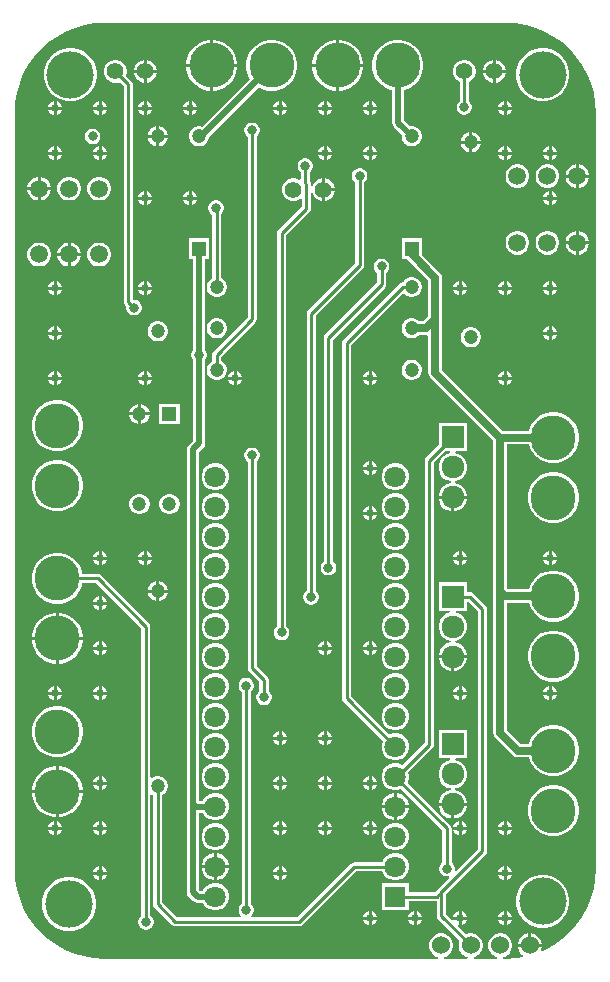
<source format=gbr>
%TF.GenerationSoftware,Altium Limited,Altium Designer,22.7.1 (60)*%
G04 Layer_Physical_Order=1*
G04 Layer_Color=255*
%FSLAX45Y45*%
%MOMM*%
%TF.SameCoordinates,6F5B2F55-B7AD-49D5-9618-4F223791D6AE*%
%TF.FilePolarity,Positive*%
%TF.FileFunction,Copper,L1,Top,Signal*%
%TF.Part,Single*%
G01*
G75*
%TA.AperFunction,Conductor*%
%ADD10C,0.25400*%
%ADD11C,0.50800*%
%ADD12C,0.63500*%
%TA.AperFunction,ViaPad*%
%ADD13C,1.52400*%
%TA.AperFunction,ComponentPad*%
%ADD14C,3.81000*%
%TA.AperFunction,ViaPad*%
%ADD15C,4.00000*%
%TA.AperFunction,ComponentPad*%
%ADD16R,1.92000X1.92000*%
%ADD17C,1.92000*%
%ADD18C,1.20000*%
%ADD19R,1.20000X1.20000*%
%ADD20C,1.50100*%
%ADD21C,1.41400*%
%ADD22C,1.80000*%
%ADD23R,1.80000X1.80000*%
%TA.AperFunction,ViaPad*%
%ADD24C,0.80000*%
%ADD25C,0.65000*%
G36*
X4285298Y7957038D02*
X4369523Y7942728D01*
X4451616Y7919077D01*
X4530545Y7886384D01*
X4605317Y7845058D01*
X4674992Y7795621D01*
X4738694Y7738694D01*
X4795621Y7674992D01*
X4845058Y7605317D01*
X4886384Y7530545D01*
X4919077Y7451616D01*
X4942728Y7369523D01*
X4957038Y7285298D01*
X4961680Y7202646D01*
X4961153Y7200000D01*
Y787982D01*
X4957038Y714702D01*
X4942728Y630477D01*
X4919077Y548384D01*
X4886384Y469455D01*
X4845058Y394683D01*
X4795621Y325008D01*
X4738694Y261306D01*
X4674992Y204379D01*
X4605317Y154942D01*
X4530545Y113616D01*
X4502831Y102137D01*
X4495195Y112720D01*
X4501600Y136624D01*
Y137300D01*
X4298400D01*
Y136624D01*
X4305324Y110784D01*
X4318700Y87616D01*
X4337616Y68700D01*
X4343946Y65045D01*
X4341701Y52545D01*
X4285298Y42962D01*
X4202646Y38320D01*
X4200000Y38847D01*
X4176791D01*
X4175119Y51547D01*
X4189216Y55324D01*
X4212384Y68700D01*
X4231300Y87616D01*
X4244676Y110784D01*
X4251600Y136624D01*
Y163376D01*
X4244676Y189216D01*
X4231300Y212384D01*
X4212384Y231300D01*
X4189216Y244676D01*
X4163376Y251600D01*
X4136624D01*
X4110784Y244676D01*
X4087616Y231300D01*
X4068700Y212384D01*
X4055324Y189216D01*
X4048400Y163376D01*
Y136624D01*
X4055324Y110784D01*
X4068700Y87616D01*
X4087616Y68700D01*
X4110784Y55324D01*
X4124881Y51547D01*
X4123209Y38847D01*
X3926791D01*
X3925119Y51547D01*
X3939216Y55324D01*
X3962384Y68700D01*
X3981300Y87616D01*
X3994676Y110784D01*
X4001600Y136624D01*
Y163376D01*
X3994676Y189216D01*
X3981300Y212384D01*
X3962384Y231300D01*
X3939216Y244676D01*
X3913376Y251600D01*
X3886624D01*
X3860784Y244676D01*
X3860453Y244485D01*
X3793534Y311403D01*
X3797053Y319721D01*
X3797300Y320025D01*
Y368300D01*
X3749025D01*
X3748721Y368053D01*
X3740403Y364534D01*
X3688847Y416091D01*
Y583909D01*
X4027468Y922531D01*
X4035889Y935134D01*
X4038846Y950000D01*
Y3000000D01*
X4035889Y3014866D01*
X4027468Y3027469D01*
X3923469Y3131468D01*
X3910866Y3139889D01*
X3896000Y3142846D01*
X3871400D01*
Y3225400D01*
X3628600D01*
Y2982600D01*
X3726747D01*
X3728419Y2969900D01*
X3703141Y2963127D01*
X3675459Y2947144D01*
X3652856Y2924541D01*
X3636873Y2896859D01*
X3628600Y2865983D01*
Y2834017D01*
X3636873Y2803141D01*
X3652856Y2775459D01*
X3675459Y2752856D01*
X3703141Y2736873D01*
X3730382Y2729574D01*
Y2716426D01*
X3703141Y2709127D01*
X3675459Y2693144D01*
X3652856Y2670541D01*
X3636873Y2642859D01*
X3628600Y2611983D01*
Y2608700D01*
X3750000D01*
X3871400D01*
Y2611983D01*
X3863127Y2642859D01*
X3847144Y2670541D01*
X3824541Y2693144D01*
X3796859Y2709127D01*
X3769618Y2716426D01*
Y2729574D01*
X3796859Y2736873D01*
X3824541Y2752856D01*
X3847144Y2775459D01*
X3863127Y2803141D01*
X3871400Y2834017D01*
Y2865983D01*
X3863127Y2896859D01*
X3847144Y2924541D01*
X3824541Y2947144D01*
X3796859Y2963127D01*
X3771581Y2969900D01*
X3773254Y2982600D01*
X3871400D01*
Y3055702D01*
X3884100Y3060963D01*
X3961153Y2983909D01*
Y966091D01*
X3775655Y780592D01*
X3764268Y787166D01*
X3765400Y791390D01*
Y808610D01*
X3760943Y825243D01*
X3752333Y840157D01*
X3740157Y852333D01*
X3738846Y853089D01*
Y1140000D01*
X3735889Y1154866D01*
X3727469Y1167469D01*
X3366587Y1528350D01*
X3369536Y1533457D01*
X3377400Y1562807D01*
Y1593193D01*
X3371214Y1616277D01*
X3577469Y1822532D01*
X3585889Y1835134D01*
X3588847Y1850000D01*
Y4237909D01*
X3683537Y4332600D01*
X3726747D01*
X3728419Y4319900D01*
X3703141Y4313127D01*
X3675459Y4297144D01*
X3652856Y4274541D01*
X3636873Y4246859D01*
X3628600Y4215983D01*
Y4184017D01*
X3636873Y4153141D01*
X3652856Y4125459D01*
X3675459Y4102856D01*
X3703141Y4086873D01*
X3730382Y4079574D01*
Y4066426D01*
X3703141Y4059127D01*
X3675459Y4043144D01*
X3652856Y4020541D01*
X3636873Y3992859D01*
X3628600Y3961983D01*
Y3958700D01*
X3750000D01*
X3871400D01*
Y3961983D01*
X3863127Y3992859D01*
X3847144Y4020541D01*
X3824541Y4043144D01*
X3796859Y4059127D01*
X3769618Y4066426D01*
Y4079574D01*
X3796859Y4086873D01*
X3824541Y4102856D01*
X3847144Y4125459D01*
X3863127Y4153141D01*
X3871400Y4184017D01*
Y4215983D01*
X3863127Y4246859D01*
X3847144Y4274541D01*
X3824541Y4297144D01*
X3796859Y4313127D01*
X3771581Y4319900D01*
X3773254Y4332600D01*
X3871400D01*
Y4575400D01*
X3628600D01*
Y4387537D01*
X3522531Y4281468D01*
X3514111Y4268866D01*
X3511154Y4254000D01*
Y1866091D01*
X3321793Y1676730D01*
X3306543Y1685535D01*
X3277193Y1693400D01*
X3246807D01*
X3217457Y1685535D01*
X3191143Y1670343D01*
X3169657Y1648857D01*
X3154465Y1622543D01*
X3146600Y1593193D01*
Y1562807D01*
X3154465Y1533457D01*
X3169657Y1507143D01*
X3191143Y1485657D01*
X3217457Y1470464D01*
X3246807Y1462600D01*
X3277193D01*
X3306543Y1470464D01*
X3311650Y1473413D01*
X3661153Y1123909D01*
Y853089D01*
X3659843Y852333D01*
X3647667Y840157D01*
X3639057Y825243D01*
X3634600Y808610D01*
Y791390D01*
X3639057Y774756D01*
X3647667Y759843D01*
X3659843Y747667D01*
X3674756Y739057D01*
X3691390Y734600D01*
X3708610D01*
X3712834Y735732D01*
X3719408Y724345D01*
X3622531Y627469D01*
X3595909Y600846D01*
X3377400D01*
Y677400D01*
X3146600D01*
Y446600D01*
X3377400D01*
Y523153D01*
X3611154D01*
Y400000D01*
X3614111Y385134D01*
X3622531Y372531D01*
X3805515Y189548D01*
X3805324Y189216D01*
X3798400Y163376D01*
Y136624D01*
X3805324Y110784D01*
X3818700Y87616D01*
X3837616Y68700D01*
X3860784Y55324D01*
X3874881Y51547D01*
X3873209Y38847D01*
X3676791D01*
X3675119Y51547D01*
X3689216Y55324D01*
X3712384Y68700D01*
X3731300Y87616D01*
X3744676Y110784D01*
X3751600Y136624D01*
Y163376D01*
X3744676Y189216D01*
X3731300Y212384D01*
X3712384Y231300D01*
X3689216Y244676D01*
X3663376Y251600D01*
X3636624D01*
X3610784Y244676D01*
X3587616Y231300D01*
X3568700Y212384D01*
X3555324Y189216D01*
X3548400Y163376D01*
Y136624D01*
X3555324Y110784D01*
X3568700Y87616D01*
X3587616Y68700D01*
X3610784Y55324D01*
X3624881Y51547D01*
X3623209Y38847D01*
X800000D01*
X797354Y38320D01*
X714702Y42962D01*
X630477Y57272D01*
X548384Y80923D01*
X469455Y113616D01*
X394683Y154942D01*
X325008Y204379D01*
X261306Y261306D01*
X204379Y325008D01*
X154942Y394683D01*
X113616Y469455D01*
X80923Y548384D01*
X57272Y630477D01*
X42962Y714702D01*
X38320Y797354D01*
X38847Y800000D01*
Y5200000D01*
Y7200000D01*
X38320Y7202646D01*
X42962Y7285298D01*
X57272Y7369523D01*
X80923Y7451616D01*
X113616Y7530545D01*
X154942Y7605317D01*
X204379Y7674992D01*
X261306Y7738694D01*
X325008Y7795621D01*
X394683Y7845058D01*
X469455Y7886384D01*
X548384Y7919077D01*
X630477Y7942728D01*
X714702Y7957038D01*
X797354Y7961680D01*
X800000Y7961153D01*
X4200000D01*
X4202646Y7961680D01*
X4285298Y7957038D01*
D02*
G37*
%LPC*%
G36*
X2796839Y7815900D02*
X2788275D01*
Y7612700D01*
X2991475D01*
Y7621264D01*
X2983178Y7662976D01*
X2966903Y7702267D01*
X2943275Y7737628D01*
X2913203Y7767700D01*
X2877842Y7791328D01*
X2838550Y7807603D01*
X2796839Y7815900D01*
D02*
G37*
G36*
X1730014D02*
X1721449D01*
Y7612700D01*
X1924649D01*
Y7621264D01*
X1916352Y7662976D01*
X1900077Y7702267D01*
X1876450Y7737628D01*
X1846378Y7767700D01*
X1811016Y7791328D01*
X1771725Y7807603D01*
X1730014Y7815900D01*
D02*
G37*
G36*
X2762875D02*
X2754310D01*
X2712599Y7807603D01*
X2673308Y7791328D01*
X2637946Y7767700D01*
X2607874Y7737628D01*
X2584247Y7702267D01*
X2567971Y7662976D01*
X2559675Y7621264D01*
Y7612700D01*
X2762875D01*
Y7815900D01*
D02*
G37*
G36*
X1696049D02*
X1687485D01*
X1645773Y7807603D01*
X1606482Y7791328D01*
X1571121Y7767700D01*
X1541049Y7737628D01*
X1517421Y7702267D01*
X1501146Y7662976D01*
X1492849Y7621264D01*
Y7612700D01*
X1696049D01*
Y7815900D01*
D02*
G37*
G36*
X4112700Y7646087D02*
Y7562700D01*
X4196087D01*
X4189551Y7587093D01*
X4176899Y7609007D01*
X4159007Y7626899D01*
X4137093Y7639551D01*
X4112700Y7646087D01*
D02*
G37*
G36*
X1159024D02*
Y7562700D01*
X1242411D01*
X1235875Y7587093D01*
X1223223Y7609007D01*
X1205331Y7626899D01*
X1183417Y7639551D01*
X1159024Y7646087D01*
D02*
G37*
G36*
X4087300D02*
X4062907Y7639551D01*
X4040993Y7626899D01*
X4023101Y7609007D01*
X4010449Y7587093D01*
X4003913Y7562700D01*
X4087300D01*
Y7646087D01*
D02*
G37*
G36*
X1133624D02*
X1109231Y7639551D01*
X1087317Y7626899D01*
X1069425Y7609007D01*
X1056773Y7587093D01*
X1050237Y7562700D01*
X1133624D01*
Y7646087D01*
D02*
G37*
G36*
X4087300Y7537300D02*
X4003913D01*
X4010449Y7512907D01*
X4023101Y7490993D01*
X4040993Y7473101D01*
X4062907Y7460449D01*
X4087300Y7453913D01*
Y7537300D01*
D02*
G37*
G36*
X1133624D02*
X1050237D01*
X1056773Y7512907D01*
X1069425Y7490993D01*
X1087317Y7473101D01*
X1109231Y7460449D01*
X1133624Y7453913D01*
Y7537300D01*
D02*
G37*
G36*
X1242411D02*
X1159024D01*
Y7453913D01*
X1183417Y7460449D01*
X1205331Y7473101D01*
X1223223Y7490993D01*
X1235875Y7512907D01*
X1242411Y7537300D01*
D02*
G37*
G36*
X4196087D02*
X4112700D01*
Y7453913D01*
X4137093Y7460449D01*
X4159007Y7473101D01*
X4176899Y7490993D01*
X4189551Y7512907D01*
X4196087Y7537300D01*
D02*
G37*
G36*
X2991475Y7587300D02*
X2788275D01*
Y7384100D01*
X2796839D01*
X2838550Y7392397D01*
X2877842Y7408672D01*
X2913203Y7432300D01*
X2943275Y7462372D01*
X2966903Y7497733D01*
X2983178Y7537024D01*
X2991475Y7578736D01*
Y7587300D01*
D02*
G37*
G36*
X2762875D02*
X2559675D01*
Y7578736D01*
X2567971Y7537024D01*
X2584247Y7497733D01*
X2607874Y7462372D01*
X2637946Y7432300D01*
X2673308Y7408672D01*
X2712599Y7392397D01*
X2754310Y7384100D01*
X2762875D01*
Y7587300D01*
D02*
G37*
G36*
X2238014Y7815900D02*
X2195485D01*
X2153773Y7807603D01*
X2114482Y7791328D01*
X2079121Y7767700D01*
X2049049Y7737628D01*
X2025421Y7702267D01*
X2009146Y7662976D01*
X2000849Y7621264D01*
Y7578736D01*
X2009146Y7537024D01*
X2025421Y7497733D01*
X2033357Y7485857D01*
X1628323Y7080823D01*
X1611243Y7085400D01*
X1588757D01*
X1567037Y7079580D01*
X1547563Y7068337D01*
X1531663Y7052437D01*
X1520420Y7032963D01*
X1514600Y7011243D01*
Y6988757D01*
X1520420Y6967037D01*
X1531663Y6947563D01*
X1547563Y6931663D01*
X1567037Y6920420D01*
X1588757Y6914600D01*
X1611243D01*
X1632963Y6920420D01*
X1652437Y6931663D01*
X1668337Y6947563D01*
X1679580Y6967037D01*
X1685400Y6988757D01*
Y6991401D01*
X2107402Y7413403D01*
X2114482Y7408672D01*
X2153773Y7392397D01*
X2195485Y7384100D01*
X2238014D01*
X2279725Y7392397D01*
X2319016Y7408672D01*
X2354378Y7432300D01*
X2384450Y7462372D01*
X2408077Y7497733D01*
X2424352Y7537024D01*
X2432649Y7578736D01*
Y7621264D01*
X2424352Y7662976D01*
X2408077Y7702267D01*
X2384450Y7737628D01*
X2354378Y7767700D01*
X2319016Y7791328D01*
X2279725Y7807603D01*
X2238014Y7815900D01*
D02*
G37*
G36*
X1924649Y7587300D02*
X1721449D01*
Y7384100D01*
X1730014D01*
X1771725Y7392397D01*
X1811016Y7408672D01*
X1846378Y7432300D01*
X1876450Y7462372D01*
X1900077Y7497733D01*
X1916352Y7537024D01*
X1924649Y7578736D01*
Y7587300D01*
D02*
G37*
G36*
X1696049D02*
X1492849D01*
Y7578736D01*
X1501146Y7537024D01*
X1517421Y7497733D01*
X1541049Y7462372D01*
X1571121Y7432300D01*
X1606482Y7408672D01*
X1645773Y7392397D01*
X1687485Y7384100D01*
X1696049D01*
Y7587300D01*
D02*
G37*
G36*
X4533026Y7747999D02*
X4488627D01*
X4445080Y7739337D01*
X4404060Y7722346D01*
X4367142Y7697679D01*
X4335747Y7666283D01*
X4311080Y7629366D01*
X4294088Y7588346D01*
X4285427Y7544799D01*
Y7500399D01*
X4294088Y7456852D01*
X4311080Y7415832D01*
X4335747Y7378915D01*
X4367142Y7347519D01*
X4404060Y7322852D01*
X4445080Y7305861D01*
X4488627Y7297199D01*
X4533026D01*
X4576573Y7305861D01*
X4617593Y7322852D01*
X4654510Y7347519D01*
X4685906Y7378915D01*
X4710573Y7415832D01*
X4727564Y7456852D01*
X4736226Y7500399D01*
Y7544799D01*
X4727564Y7588346D01*
X4710573Y7629366D01*
X4685906Y7666283D01*
X4654510Y7697679D01*
X4617593Y7722346D01*
X4576573Y7739337D01*
X4533026Y7747999D01*
D02*
G37*
G36*
X533026D02*
X488627D01*
X445080Y7739337D01*
X404060Y7722346D01*
X367143Y7697679D01*
X335747Y7666283D01*
X311080Y7629366D01*
X294089Y7588346D01*
X285427Y7544799D01*
Y7500399D01*
X294089Y7456852D01*
X311080Y7415832D01*
X335747Y7378915D01*
X367143Y7347519D01*
X404060Y7322852D01*
X445080Y7305861D01*
X488627Y7297199D01*
X533026D01*
X576573Y7305861D01*
X617593Y7322852D01*
X654511Y7347519D01*
X685906Y7378915D01*
X710573Y7415832D01*
X727564Y7456852D01*
X736226Y7500399D01*
Y7544799D01*
X727564Y7588346D01*
X710573Y7629366D01*
X685906Y7666283D01*
X654511Y7697679D01*
X617593Y7722346D01*
X576573Y7739337D01*
X533026Y7747999D01*
D02*
G37*
G36*
X4203700Y7296410D02*
Y7251700D01*
X4248410D01*
X4240085Y7271798D01*
X4223798Y7288085D01*
X4203700Y7296410D01*
D02*
G37*
G36*
X4178300D02*
X4158202Y7288085D01*
X4141915Y7271798D01*
X4133590Y7251700D01*
X4178300D01*
Y7296410D01*
D02*
G37*
G36*
X3060700D02*
Y7251700D01*
X3105410D01*
X3097085Y7271798D01*
X3080798Y7288085D01*
X3060700Y7296410D01*
D02*
G37*
G36*
X3035300D02*
X3015202Y7288085D01*
X2998915Y7271798D01*
X2990590Y7251700D01*
X3035300D01*
Y7296410D01*
D02*
G37*
G36*
X2679700D02*
Y7251700D01*
X2724410D01*
X2716085Y7271798D01*
X2699798Y7288085D01*
X2679700Y7296410D01*
D02*
G37*
G36*
X2654300D02*
X2634202Y7288085D01*
X2617915Y7271798D01*
X2609590Y7251700D01*
X2654300D01*
Y7296410D01*
D02*
G37*
G36*
X2298700D02*
Y7251700D01*
X2343410D01*
X2335085Y7271798D01*
X2318798Y7288085D01*
X2298700Y7296410D01*
D02*
G37*
G36*
X2273300D02*
X2253202Y7288085D01*
X2236915Y7271798D01*
X2228590Y7251700D01*
X2273300D01*
Y7296410D01*
D02*
G37*
G36*
X1536700D02*
Y7251700D01*
X1581410D01*
X1573085Y7271798D01*
X1556798Y7288085D01*
X1536700Y7296410D01*
D02*
G37*
G36*
X1511300D02*
X1491202Y7288085D01*
X1474915Y7271798D01*
X1466590Y7251700D01*
X1511300D01*
Y7296410D01*
D02*
G37*
G36*
X1155700D02*
Y7251700D01*
X1200410D01*
X1192085Y7271798D01*
X1175798Y7288085D01*
X1155700Y7296410D01*
D02*
G37*
G36*
X1130300D02*
X1110202Y7288085D01*
X1093915Y7271798D01*
X1085590Y7251700D01*
X1130300D01*
Y7296410D01*
D02*
G37*
G36*
X774700D02*
Y7251700D01*
X819410D01*
X811085Y7271798D01*
X794798Y7288085D01*
X774700Y7296410D01*
D02*
G37*
G36*
X749300D02*
X729202Y7288085D01*
X712915Y7271798D01*
X704590Y7251700D01*
X749300D01*
Y7296410D01*
D02*
G37*
G36*
X393700D02*
Y7251700D01*
X438410D01*
X430085Y7271798D01*
X413798Y7288085D01*
X393700Y7296410D01*
D02*
G37*
G36*
X368300D02*
X348202Y7288085D01*
X331915Y7271798D01*
X323590Y7251700D01*
X368300D01*
Y7296410D01*
D02*
G37*
G36*
X1581410Y7226300D02*
X1536700D01*
Y7181590D01*
X1556798Y7189915D01*
X1573085Y7206202D01*
X1581410Y7226300D01*
D02*
G37*
G36*
X1511300D02*
X1466590D01*
X1474915Y7206202D01*
X1491202Y7189915D01*
X1511300Y7181590D01*
Y7226300D01*
D02*
G37*
G36*
X1200410D02*
X1155700D01*
Y7181590D01*
X1175798Y7189915D01*
X1192085Y7206202D01*
X1200410Y7226300D01*
D02*
G37*
G36*
X1130300D02*
X1085590D01*
X1093915Y7206202D01*
X1110202Y7189915D01*
X1130300Y7181590D01*
Y7226300D01*
D02*
G37*
G36*
X819410D02*
X774700D01*
Y7181590D01*
X794798Y7189915D01*
X811085Y7206202D01*
X819410Y7226300D01*
D02*
G37*
G36*
X749300D02*
X704590D01*
X712915Y7206202D01*
X729202Y7189915D01*
X749300Y7181590D01*
Y7226300D01*
D02*
G37*
G36*
X438410D02*
X393700D01*
Y7181590D01*
X413798Y7189915D01*
X430085Y7206202D01*
X438410Y7226300D01*
D02*
G37*
G36*
X368300D02*
X323590D01*
X331915Y7206202D01*
X348202Y7189915D01*
X368300Y7181590D01*
Y7226300D01*
D02*
G37*
G36*
X4248410D02*
X4203700D01*
Y7181590D01*
X4223798Y7189915D01*
X4240085Y7206202D01*
X4248410Y7226300D01*
D02*
G37*
G36*
X4178300D02*
X4133590D01*
X4141915Y7206202D01*
X4158202Y7189915D01*
X4178300Y7181590D01*
Y7226300D01*
D02*
G37*
G36*
X3105410D02*
X3060700D01*
Y7181590D01*
X3080798Y7189915D01*
X3097085Y7206202D01*
X3105410Y7226300D01*
D02*
G37*
G36*
X3035300D02*
X2990590D01*
X2998915Y7206202D01*
X3015202Y7189915D01*
X3035300Y7181590D01*
Y7226300D01*
D02*
G37*
G36*
X2724410D02*
X2679700D01*
Y7181590D01*
X2699798Y7189915D01*
X2716085Y7206202D01*
X2724410Y7226300D01*
D02*
G37*
G36*
X2654300D02*
X2609590D01*
X2617915Y7206202D01*
X2634202Y7189915D01*
X2654300Y7181590D01*
Y7226300D01*
D02*
G37*
G36*
X2343410D02*
X2298700D01*
Y7181590D01*
X2318798Y7189915D01*
X2335085Y7206202D01*
X2343410Y7226300D01*
D02*
G37*
G36*
X2273300D02*
X2228590D01*
X2236915Y7206202D01*
X2253202Y7189915D01*
X2273300Y7181590D01*
Y7226300D01*
D02*
G37*
G36*
X3858652Y7646100D02*
X3833348D01*
X3808907Y7639551D01*
X3786993Y7626899D01*
X3769101Y7609007D01*
X3756449Y7587093D01*
X3749900Y7562652D01*
Y7537348D01*
X3756449Y7512907D01*
X3769101Y7490993D01*
X3786993Y7473101D01*
X3807153Y7461461D01*
Y7299089D01*
X3805843Y7298333D01*
X3793667Y7286157D01*
X3785057Y7271244D01*
X3780600Y7254610D01*
Y7237390D01*
X3785057Y7220756D01*
X3793667Y7205843D01*
X3805843Y7193667D01*
X3820756Y7185057D01*
X3837390Y7180600D01*
X3854610D01*
X3871243Y7185057D01*
X3886157Y7193667D01*
X3898333Y7205843D01*
X3906943Y7220756D01*
X3911400Y7237390D01*
Y7254610D01*
X3906943Y7271244D01*
X3898333Y7286157D01*
X3886157Y7298333D01*
X3884846Y7299089D01*
Y7461461D01*
X3905007Y7473101D01*
X3922899Y7490993D01*
X3935551Y7512907D01*
X3942100Y7537348D01*
Y7562652D01*
X3935551Y7587093D01*
X3922899Y7609007D01*
X3905007Y7626899D01*
X3883093Y7639551D01*
X3858652Y7646100D01*
D02*
G37*
G36*
X1262700Y7085009D02*
Y7012700D01*
X1335010D01*
X1329580Y7032963D01*
X1318337Y7052437D01*
X1302437Y7068337D01*
X1282963Y7079580D01*
X1262700Y7085009D01*
D02*
G37*
G36*
X1237300D02*
X1217037Y7079580D01*
X1197563Y7068337D01*
X1181663Y7052437D01*
X1170420Y7032963D01*
X1164991Y7012700D01*
X1237300D01*
Y7085009D01*
D02*
G37*
G36*
X3912700Y7035010D02*
Y6962700D01*
X3985010D01*
X3979580Y6982963D01*
X3968337Y7002437D01*
X3952437Y7018337D01*
X3932963Y7029580D01*
X3912700Y7035010D01*
D02*
G37*
G36*
X3887300D02*
X3867037Y7029580D01*
X3847563Y7018337D01*
X3831663Y7002437D01*
X3820420Y6982963D01*
X3814991Y6962700D01*
X3887300D01*
Y7035010D01*
D02*
G37*
G36*
X708610Y7065400D02*
X691390D01*
X674757Y7060943D01*
X659843Y7052333D01*
X647667Y7040157D01*
X639057Y7025244D01*
X634600Y7008610D01*
Y6991390D01*
X639057Y6974756D01*
X647667Y6959843D01*
X659843Y6947667D01*
X674757Y6939057D01*
X691390Y6934600D01*
X708610D01*
X725244Y6939057D01*
X740157Y6947667D01*
X752333Y6959843D01*
X760943Y6974756D01*
X765400Y6991390D01*
Y7008610D01*
X760943Y7025244D01*
X752333Y7040157D01*
X740157Y7052333D01*
X725244Y7060943D01*
X708610Y7065400D01*
D02*
G37*
G36*
X1237300Y6987300D02*
X1164991D01*
X1170420Y6967037D01*
X1181663Y6947563D01*
X1197563Y6931663D01*
X1217037Y6920420D01*
X1237300Y6914990D01*
Y6987300D01*
D02*
G37*
G36*
X1335010D02*
X1262700D01*
Y6914990D01*
X1282963Y6920420D01*
X1302437Y6931663D01*
X1318337Y6947563D01*
X1329580Y6967037D01*
X1335010Y6987300D01*
D02*
G37*
G36*
X3304839Y7815900D02*
X3262310D01*
X3220599Y7807603D01*
X3181308Y7791328D01*
X3145946Y7767700D01*
X3115874Y7737628D01*
X3092247Y7702267D01*
X3075971Y7662976D01*
X3067675Y7621264D01*
Y7578736D01*
X3075971Y7537024D01*
X3092247Y7497733D01*
X3115874Y7462372D01*
X3145946Y7432300D01*
X3181308Y7408672D01*
X3220599Y7392397D01*
X3235779Y7389377D01*
Y7112425D01*
X3239722Y7092604D01*
X3250950Y7075801D01*
X3314792Y7011959D01*
X3314600Y7011243D01*
Y6988757D01*
X3320420Y6967037D01*
X3331663Y6947563D01*
X3347563Y6931663D01*
X3367037Y6920420D01*
X3388757Y6914600D01*
X3411243D01*
X3432963Y6920420D01*
X3452437Y6931663D01*
X3468337Y6947563D01*
X3479580Y6967037D01*
X3485400Y6988757D01*
Y7011243D01*
X3479580Y7032963D01*
X3468337Y7052437D01*
X3452437Y7068337D01*
X3432963Y7079580D01*
X3411243Y7085400D01*
X3388757D01*
X3388041Y7085208D01*
X3339370Y7133880D01*
Y7390969D01*
X3346550Y7392397D01*
X3385842Y7408672D01*
X3421203Y7432300D01*
X3451275Y7462372D01*
X3474903Y7497733D01*
X3491178Y7537024D01*
X3499475Y7578736D01*
Y7621264D01*
X3491178Y7662976D01*
X3474903Y7702267D01*
X3451275Y7737628D01*
X3421203Y7767700D01*
X3385842Y7791328D01*
X3346550Y7807603D01*
X3304839Y7815900D01*
D02*
G37*
G36*
X4584700Y6915410D02*
Y6870700D01*
X4629410D01*
X4621085Y6890798D01*
X4604798Y6907085D01*
X4584700Y6915410D01*
D02*
G37*
G36*
X4559300D02*
X4539202Y6907085D01*
X4522915Y6890798D01*
X4514590Y6870700D01*
X4559300D01*
Y6915410D01*
D02*
G37*
G36*
X4203700D02*
Y6870700D01*
X4248410D01*
X4240085Y6890798D01*
X4223798Y6907085D01*
X4203700Y6915410D01*
D02*
G37*
G36*
X4178300D02*
X4158202Y6907085D01*
X4141915Y6890798D01*
X4133590Y6870700D01*
X4178300D01*
Y6915410D01*
D02*
G37*
G36*
X3060700D02*
Y6870700D01*
X3105410D01*
X3097085Y6890798D01*
X3080798Y6907085D01*
X3060700Y6915410D01*
D02*
G37*
G36*
X3035300D02*
X3015202Y6907085D01*
X2998915Y6890798D01*
X2990590Y6870700D01*
X3035300D01*
Y6915410D01*
D02*
G37*
G36*
X2679700D02*
Y6870700D01*
X2724410D01*
X2716085Y6890798D01*
X2699798Y6907085D01*
X2679700Y6915410D01*
D02*
G37*
G36*
X2654300D02*
X2634202Y6907085D01*
X2617915Y6890798D01*
X2609590Y6870700D01*
X2654300D01*
Y6915410D01*
D02*
G37*
G36*
X774700D02*
Y6870700D01*
X819410D01*
X811085Y6890798D01*
X794798Y6907085D01*
X774700Y6915410D01*
D02*
G37*
G36*
X749300D02*
X729202Y6907085D01*
X712915Y6890798D01*
X704590Y6870700D01*
X749300D01*
Y6915410D01*
D02*
G37*
G36*
X393700D02*
Y6870700D01*
X438410D01*
X430085Y6890798D01*
X413798Y6907085D01*
X393700Y6915410D01*
D02*
G37*
G36*
X368300D02*
X348202Y6907085D01*
X331915Y6890798D01*
X323590Y6870700D01*
X368300D01*
Y6915410D01*
D02*
G37*
G36*
X3985010Y6937300D02*
X3912700D01*
Y6864991D01*
X3932963Y6870420D01*
X3952437Y6881663D01*
X3968337Y6897563D01*
X3979580Y6917037D01*
X3985010Y6937300D01*
D02*
G37*
G36*
X3887300D02*
X3814991D01*
X3820420Y6917037D01*
X3831663Y6897563D01*
X3847563Y6881663D01*
X3867037Y6870420D01*
X3887300Y6864991D01*
Y6937300D01*
D02*
G37*
G36*
X4629410Y6845300D02*
X4584700D01*
Y6800590D01*
X4604798Y6808915D01*
X4621085Y6825202D01*
X4629410Y6845300D01*
D02*
G37*
G36*
X4559300D02*
X4514590D01*
X4522915Y6825202D01*
X4539202Y6808915D01*
X4559300Y6800590D01*
Y6845300D01*
D02*
G37*
G36*
X4248410D02*
X4203700D01*
Y6800590D01*
X4223798Y6808915D01*
X4240085Y6825202D01*
X4248410Y6845300D01*
D02*
G37*
G36*
X4178300D02*
X4133590D01*
X4141915Y6825202D01*
X4158202Y6808915D01*
X4178300Y6800590D01*
Y6845300D01*
D02*
G37*
G36*
X3105410D02*
X3060700D01*
Y6800590D01*
X3080798Y6808915D01*
X3097085Y6825202D01*
X3105410Y6845300D01*
D02*
G37*
G36*
X3035300D02*
X2990590D01*
X2998915Y6825202D01*
X3015202Y6808915D01*
X3035300Y6800590D01*
Y6845300D01*
D02*
G37*
G36*
X2724410D02*
X2679700D01*
Y6800590D01*
X2699798Y6808915D01*
X2716085Y6825202D01*
X2724410Y6845300D01*
D02*
G37*
G36*
X2654300D02*
X2609590D01*
X2617915Y6825202D01*
X2634202Y6808915D01*
X2654300Y6800590D01*
Y6845300D01*
D02*
G37*
G36*
X819410D02*
X774700D01*
Y6800590D01*
X794798Y6808915D01*
X811085Y6825202D01*
X819410Y6845300D01*
D02*
G37*
G36*
X749300D02*
X704590D01*
X712915Y6825202D01*
X729202Y6808915D01*
X749300Y6800590D01*
Y6845300D01*
D02*
G37*
G36*
X438410D02*
X393700D01*
Y6800590D01*
X413798Y6808915D01*
X430085Y6825202D01*
X438410Y6845300D01*
D02*
G37*
G36*
X368300D02*
X323590D01*
X331915Y6825202D01*
X348202Y6808915D01*
X368300Y6800590D01*
Y6845300D01*
D02*
G37*
G36*
X4817225Y6764475D02*
X4816700D01*
Y6676725D01*
X4904450D01*
Y6677250D01*
X4897605Y6702798D01*
X4884380Y6725703D01*
X4865678Y6744405D01*
X4842772Y6757630D01*
X4817225Y6764475D01*
D02*
G37*
G36*
X4791300D02*
X4790776D01*
X4765228Y6757630D01*
X4742322Y6744405D01*
X4723620Y6725703D01*
X4710395Y6702798D01*
X4703550Y6677250D01*
Y6676725D01*
X4791300D01*
Y6764475D01*
D02*
G37*
G36*
X2508610Y6815400D02*
X2491390D01*
X2474757Y6810943D01*
X2459843Y6802333D01*
X2447667Y6790157D01*
X2439057Y6775243D01*
X2434600Y6758610D01*
Y6741390D01*
X2439057Y6724756D01*
X2447667Y6709843D01*
X2459843Y6697667D01*
X2461154Y6696911D01*
Y6640325D01*
X2448454Y6632992D01*
X2437093Y6639551D01*
X2412652Y6646100D01*
X2387348D01*
X2362907Y6639551D01*
X2340993Y6626899D01*
X2323101Y6609007D01*
X2310449Y6587093D01*
X2303900Y6562652D01*
Y6537348D01*
X2310449Y6512907D01*
X2323101Y6490993D01*
X2340993Y6473101D01*
X2362907Y6460449D01*
X2387348Y6453900D01*
X2412652D01*
X2437093Y6460449D01*
X2457254Y6472089D01*
X2469954Y6468093D01*
Y6403704D01*
X2272531Y6206282D01*
X2264111Y6193679D01*
X2261153Y6178813D01*
Y2853089D01*
X2259843Y2852333D01*
X2247667Y2840157D01*
X2239057Y2825244D01*
X2234600Y2808610D01*
Y2791390D01*
X2239057Y2774756D01*
X2247667Y2759843D01*
X2259843Y2747667D01*
X2274756Y2739057D01*
X2291390Y2734600D01*
X2308610D01*
X2325244Y2739057D01*
X2340157Y2747667D01*
X2352333Y2759843D01*
X2360943Y2774756D01*
X2365400Y2791390D01*
Y2808610D01*
X2360943Y2825244D01*
X2352333Y2840157D01*
X2340157Y2852333D01*
X2338846Y2853089D01*
Y6162722D01*
X2536269Y6360145D01*
X2544690Y6372747D01*
X2547647Y6387613D01*
Y6526545D01*
X2560347Y6528217D01*
X2564449Y6512907D01*
X2577101Y6490993D01*
X2594993Y6473101D01*
X2616907Y6460449D01*
X2641300Y6453913D01*
Y6550000D01*
Y6646087D01*
X2616907Y6639551D01*
X2594993Y6626899D01*
X2577101Y6609007D01*
X2564449Y6587093D01*
X2560347Y6571783D01*
X2547647Y6573455D01*
Y6595066D01*
X2544690Y6609932D01*
X2538847Y6618677D01*
Y6696911D01*
X2540157Y6697667D01*
X2552333Y6709843D01*
X2560943Y6724756D01*
X2565400Y6741390D01*
Y6758610D01*
X2560943Y6775243D01*
X2552333Y6790157D01*
X2540157Y6802333D01*
X2525244Y6810943D01*
X2508610Y6815400D01*
D02*
G37*
G36*
X259225Y6658425D02*
X258700D01*
Y6570675D01*
X346450D01*
Y6571199D01*
X339605Y6596747D01*
X326380Y6619652D01*
X307678Y6638355D01*
X284772Y6651579D01*
X259225Y6658425D01*
D02*
G37*
G36*
X233300D02*
X232776D01*
X207228Y6651579D01*
X184322Y6638355D01*
X165620Y6619652D01*
X152395Y6596747D01*
X145550Y6571199D01*
Y6570675D01*
X233300D01*
Y6658425D01*
D02*
G37*
G36*
X4904450Y6651325D02*
X4816700D01*
Y6563575D01*
X4817225D01*
X4842772Y6570421D01*
X4865678Y6583645D01*
X4884380Y6602347D01*
X4897605Y6625253D01*
X4904450Y6650801D01*
Y6651325D01*
D02*
G37*
G36*
X4791300D02*
X4703550D01*
Y6650801D01*
X4710395Y6625253D01*
X4723620Y6602347D01*
X4742322Y6583645D01*
X4765228Y6570421D01*
X4790776Y6563575D01*
X4791300D01*
Y6651325D01*
D02*
G37*
G36*
X4563225Y6764475D02*
X4536776D01*
X4511228Y6757630D01*
X4488322Y6744405D01*
X4469620Y6725703D01*
X4456395Y6702798D01*
X4449550Y6677250D01*
Y6650801D01*
X4456395Y6625253D01*
X4469620Y6602347D01*
X4488322Y6583645D01*
X4511228Y6570421D01*
X4536776Y6563575D01*
X4563225D01*
X4588772Y6570421D01*
X4611678Y6583645D01*
X4630380Y6602347D01*
X4643605Y6625253D01*
X4650450Y6650801D01*
Y6677250D01*
X4643605Y6702798D01*
X4630380Y6725703D01*
X4611678Y6744405D01*
X4588772Y6757630D01*
X4563225Y6764475D01*
D02*
G37*
G36*
X4309225D02*
X4282776D01*
X4257228Y6757630D01*
X4234322Y6744405D01*
X4215620Y6725703D01*
X4202395Y6702798D01*
X4195550Y6677250D01*
Y6650801D01*
X4202395Y6625253D01*
X4215620Y6602347D01*
X4234322Y6583645D01*
X4257228Y6570421D01*
X4282776Y6563575D01*
X4309225D01*
X4334772Y6570421D01*
X4357678Y6583645D01*
X4376380Y6602347D01*
X4389605Y6625253D01*
X4396450Y6650801D01*
Y6677250D01*
X4389605Y6702798D01*
X4376380Y6725703D01*
X4357678Y6744405D01*
X4334772Y6757630D01*
X4309225Y6764475D01*
D02*
G37*
G36*
X2666700Y6646087D02*
Y6562700D01*
X2750087D01*
X2743551Y6587093D01*
X2730899Y6609007D01*
X2713007Y6626899D01*
X2691093Y6639551D01*
X2666700Y6646087D01*
D02*
G37*
G36*
X4584700Y6534410D02*
Y6489700D01*
X4629410D01*
X4621085Y6509798D01*
X4604798Y6526085D01*
X4584700Y6534410D01*
D02*
G37*
G36*
X4559300D02*
X4539202Y6526085D01*
X4522915Y6509798D01*
X4514590Y6489700D01*
X4559300D01*
Y6534410D01*
D02*
G37*
G36*
X1536700D02*
Y6489700D01*
X1581410D01*
X1573085Y6509798D01*
X1556798Y6526085D01*
X1536700Y6534410D01*
D02*
G37*
G36*
X1511300D02*
X1491202Y6526085D01*
X1474915Y6509798D01*
X1466590Y6489700D01*
X1511300D01*
Y6534410D01*
D02*
G37*
G36*
X1155700D02*
Y6489700D01*
X1200410D01*
X1192085Y6509798D01*
X1175798Y6526085D01*
X1155700Y6534410D01*
D02*
G37*
G36*
X1130300D02*
X1110202Y6526085D01*
X1093915Y6509798D01*
X1085590Y6489700D01*
X1130300D01*
Y6534410D01*
D02*
G37*
G36*
X767225Y6658425D02*
X740776D01*
X715228Y6651579D01*
X692322Y6638355D01*
X673620Y6619652D01*
X660395Y6596747D01*
X653550Y6571199D01*
Y6544750D01*
X660395Y6519202D01*
X673620Y6496297D01*
X692322Y6477595D01*
X715228Y6464370D01*
X740776Y6457525D01*
X767225D01*
X792772Y6464370D01*
X815678Y6477595D01*
X834380Y6496297D01*
X847605Y6519202D01*
X854450Y6544750D01*
Y6571199D01*
X847605Y6596747D01*
X834380Y6619652D01*
X815678Y6638355D01*
X792772Y6651579D01*
X767225Y6658425D01*
D02*
G37*
G36*
X513225D02*
X486776D01*
X461228Y6651579D01*
X438322Y6638355D01*
X419620Y6619652D01*
X406395Y6596747D01*
X399550Y6571199D01*
Y6544750D01*
X406395Y6519202D01*
X419620Y6496297D01*
X438322Y6477595D01*
X461228Y6464370D01*
X486776Y6457525D01*
X513225D01*
X538772Y6464370D01*
X561678Y6477595D01*
X580380Y6496297D01*
X593605Y6519202D01*
X600450Y6544750D01*
Y6571199D01*
X593605Y6596747D01*
X580380Y6619652D01*
X561678Y6638355D01*
X538772Y6651579D01*
X513225Y6658425D01*
D02*
G37*
G36*
X346450Y6545275D02*
X258700D01*
Y6457525D01*
X259225D01*
X284772Y6464370D01*
X307678Y6477595D01*
X326380Y6496297D01*
X339605Y6519202D01*
X346450Y6544750D01*
Y6545275D01*
D02*
G37*
G36*
X233300D02*
X145550D01*
Y6544750D01*
X152395Y6519202D01*
X165620Y6496297D01*
X184322Y6477595D01*
X207228Y6464370D01*
X232776Y6457525D01*
X233300D01*
Y6545275D01*
D02*
G37*
G36*
X2750087Y6537300D02*
X2666700D01*
Y6453913D01*
X2691093Y6460449D01*
X2713007Y6473101D01*
X2730899Y6490993D01*
X2743551Y6512907D01*
X2750087Y6537300D01*
D02*
G37*
G36*
X4629410Y6464300D02*
X4584700D01*
Y6419590D01*
X4604798Y6427915D01*
X4621085Y6444202D01*
X4629410Y6464300D01*
D02*
G37*
G36*
X4559300D02*
X4514590D01*
X4522915Y6444202D01*
X4539202Y6427915D01*
X4559300Y6419590D01*
Y6464300D01*
D02*
G37*
G36*
X1581410D02*
X1536700D01*
Y6419590D01*
X1556798Y6427915D01*
X1573085Y6444202D01*
X1581410Y6464300D01*
D02*
G37*
G36*
X1511300D02*
X1466590D01*
X1474915Y6444202D01*
X1491202Y6427915D01*
X1511300Y6419590D01*
Y6464300D01*
D02*
G37*
G36*
X1200410D02*
X1155700D01*
Y6419590D01*
X1175798Y6427915D01*
X1192085Y6444202D01*
X1200410Y6464300D01*
D02*
G37*
G36*
X1130300D02*
X1085590D01*
X1093915Y6444202D01*
X1110202Y6427915D01*
X1130300Y6419590D01*
Y6464300D01*
D02*
G37*
G36*
X4817225Y6200450D02*
X4816700D01*
Y6112700D01*
X4904450D01*
Y6113225D01*
X4897605Y6138772D01*
X4884380Y6161678D01*
X4865678Y6180380D01*
X4842772Y6193605D01*
X4817225Y6200450D01*
D02*
G37*
G36*
X4791300D02*
X4790776D01*
X4765228Y6193605D01*
X4742322Y6180380D01*
X4723620Y6161678D01*
X4710395Y6138772D01*
X4703550Y6113225D01*
Y6112700D01*
X4791300D01*
Y6200450D01*
D02*
G37*
G36*
X513225Y6100450D02*
X512700D01*
Y6012700D01*
X600450D01*
Y6013224D01*
X593605Y6038772D01*
X580380Y6061678D01*
X561678Y6080380D01*
X538772Y6093605D01*
X513225Y6100450D01*
D02*
G37*
G36*
X487300D02*
X486776D01*
X461228Y6093605D01*
X438322Y6080380D01*
X419620Y6061678D01*
X406395Y6038772D01*
X399550Y6013224D01*
Y6012700D01*
X487300D01*
Y6100450D01*
D02*
G37*
G36*
X4904450Y6087300D02*
X4816700D01*
Y5999550D01*
X4817225D01*
X4842772Y6006395D01*
X4865678Y6019620D01*
X4884380Y6038322D01*
X4897605Y6061228D01*
X4904450Y6086775D01*
Y6087300D01*
D02*
G37*
G36*
X4791300D02*
X4703550D01*
Y6086775D01*
X4710395Y6061228D01*
X4723620Y6038322D01*
X4742322Y6019620D01*
X4765228Y6006395D01*
X4790776Y5999550D01*
X4791300D01*
Y6087300D01*
D02*
G37*
G36*
X4563225Y6200450D02*
X4536776D01*
X4511228Y6193605D01*
X4488322Y6180380D01*
X4469620Y6161678D01*
X4456395Y6138772D01*
X4449550Y6113225D01*
Y6086775D01*
X4456395Y6061228D01*
X4469620Y6038322D01*
X4488322Y6019620D01*
X4511228Y6006395D01*
X4536776Y5999550D01*
X4563225D01*
X4588772Y6006395D01*
X4611678Y6019620D01*
X4630380Y6038322D01*
X4643605Y6061228D01*
X4650450Y6086775D01*
Y6113225D01*
X4643605Y6138772D01*
X4630380Y6161678D01*
X4611678Y6180380D01*
X4588772Y6193605D01*
X4563225Y6200450D01*
D02*
G37*
G36*
X4309225D02*
X4282776D01*
X4257228Y6193605D01*
X4234322Y6180380D01*
X4215620Y6161678D01*
X4202395Y6138772D01*
X4195550Y6113225D01*
Y6086775D01*
X4202395Y6061228D01*
X4215620Y6038322D01*
X4234322Y6019620D01*
X4257228Y6006395D01*
X4282776Y5999550D01*
X4309225D01*
X4334772Y6006395D01*
X4357678Y6019620D01*
X4376380Y6038322D01*
X4389605Y6061228D01*
X4396450Y6086775D01*
Y6113225D01*
X4389605Y6138772D01*
X4376380Y6161678D01*
X4357678Y6180380D01*
X4334772Y6193605D01*
X4309225Y6200450D01*
D02*
G37*
G36*
X767225Y6100450D02*
X740776D01*
X715228Y6093605D01*
X692322Y6080380D01*
X673620Y6061678D01*
X660395Y6038772D01*
X653550Y6013224D01*
Y5986775D01*
X660395Y5961228D01*
X673620Y5938322D01*
X692322Y5919620D01*
X715228Y5906395D01*
X740776Y5899550D01*
X767225D01*
X792772Y5906395D01*
X815678Y5919620D01*
X834380Y5938322D01*
X847605Y5961228D01*
X854450Y5986775D01*
Y6013224D01*
X847605Y6038772D01*
X834380Y6061678D01*
X815678Y6080380D01*
X792772Y6093605D01*
X767225Y6100450D01*
D02*
G37*
G36*
X600450Y5987300D02*
X512700D01*
Y5899550D01*
X513225D01*
X538772Y5906395D01*
X561678Y5919620D01*
X580380Y5938322D01*
X593605Y5961228D01*
X600450Y5986775D01*
Y5987300D01*
D02*
G37*
G36*
X487300D02*
X399550D01*
Y5986775D01*
X406395Y5961228D01*
X419620Y5938322D01*
X438322Y5919620D01*
X461228Y5906395D01*
X486776Y5899550D01*
X487300D01*
Y5987300D01*
D02*
G37*
G36*
X259225Y6100450D02*
X232776D01*
X207228Y6093605D01*
X184322Y6080380D01*
X165620Y6061678D01*
X152395Y6038772D01*
X145550Y6013224D01*
Y5986775D01*
X152395Y5961228D01*
X165620Y5938322D01*
X184322Y5919620D01*
X207228Y5906395D01*
X232776Y5899550D01*
X259225D01*
X284772Y5906395D01*
X307678Y5919620D01*
X326380Y5938322D01*
X339605Y5961228D01*
X346450Y5986775D01*
Y6013224D01*
X339605Y6038772D01*
X326380Y6061678D01*
X307678Y6080380D01*
X284772Y6093605D01*
X259225Y6100450D01*
D02*
G37*
G36*
X4584700Y5772410D02*
Y5727700D01*
X4629410D01*
X4621085Y5747798D01*
X4604798Y5764085D01*
X4584700Y5772410D01*
D02*
G37*
G36*
X4559300D02*
X4539202Y5764085D01*
X4522915Y5747798D01*
X4514590Y5727700D01*
X4559300D01*
Y5772410D01*
D02*
G37*
G36*
X4203700D02*
Y5727700D01*
X4248410D01*
X4240085Y5747798D01*
X4223798Y5764085D01*
X4203700Y5772410D01*
D02*
G37*
G36*
X4178300D02*
X4158202Y5764085D01*
X4141915Y5747798D01*
X4133590Y5727700D01*
X4178300D01*
Y5772410D01*
D02*
G37*
G36*
X3822700D02*
Y5727700D01*
X3867410D01*
X3859085Y5747798D01*
X3842798Y5764085D01*
X3822700Y5772410D01*
D02*
G37*
G36*
X3797300D02*
X3777202Y5764085D01*
X3760915Y5747798D01*
X3752590Y5727700D01*
X3797300D01*
Y5772410D01*
D02*
G37*
G36*
X1155700D02*
Y5727700D01*
X1200410D01*
X1192085Y5747798D01*
X1175798Y5764085D01*
X1155700Y5772410D01*
D02*
G37*
G36*
X1130300D02*
X1110202Y5764085D01*
X1093915Y5747798D01*
X1085590Y5727700D01*
X1130300D01*
Y5772410D01*
D02*
G37*
G36*
X393700D02*
Y5727700D01*
X438410D01*
X430085Y5747798D01*
X413798Y5764085D01*
X393700Y5772410D01*
D02*
G37*
G36*
X368300D02*
X348202Y5764085D01*
X331915Y5747798D01*
X323590Y5727700D01*
X368300D01*
Y5772410D01*
D02*
G37*
G36*
X4629410Y5702300D02*
X4584700D01*
Y5657590D01*
X4604798Y5665915D01*
X4621085Y5682202D01*
X4629410Y5702300D01*
D02*
G37*
G36*
X4559300D02*
X4514590D01*
X4522915Y5682202D01*
X4539202Y5665915D01*
X4559300Y5657590D01*
Y5702300D01*
D02*
G37*
G36*
X4248410D02*
X4203700D01*
Y5657590D01*
X4223798Y5665915D01*
X4240085Y5682202D01*
X4248410Y5702300D01*
D02*
G37*
G36*
X4178300D02*
X4133590D01*
X4141915Y5682202D01*
X4158202Y5665915D01*
X4178300Y5657590D01*
Y5702300D01*
D02*
G37*
G36*
X3867410D02*
X3822700D01*
Y5657590D01*
X3842798Y5665915D01*
X3859085Y5682202D01*
X3867410Y5702300D01*
D02*
G37*
G36*
X3797300D02*
X3752590D01*
X3760915Y5682202D01*
X3777202Y5665915D01*
X3797300Y5657590D01*
Y5702300D01*
D02*
G37*
G36*
X1200410D02*
X1155700D01*
Y5657590D01*
X1175798Y5665915D01*
X1192085Y5682202D01*
X1200410Y5702300D01*
D02*
G37*
G36*
X1130300D02*
X1085590D01*
X1093915Y5682202D01*
X1110202Y5665915D01*
X1130300Y5657590D01*
Y5702300D01*
D02*
G37*
G36*
X438410D02*
X393700D01*
Y5657590D01*
X413798Y5665915D01*
X430085Y5682202D01*
X438410Y5702300D01*
D02*
G37*
G36*
X368300D02*
X323590D01*
X331915Y5682202D01*
X348202Y5665915D01*
X368300Y5657590D01*
Y5702300D01*
D02*
G37*
G36*
X3411243Y5809974D02*
X3388757D01*
X3367037Y5804155D01*
X3347563Y5792911D01*
X3331663Y5777011D01*
X3323719Y5763251D01*
X3309709Y5760464D01*
X3297106Y5752043D01*
X2822531Y5277468D01*
X2814110Y5264866D01*
X2811153Y5250000D01*
Y2244000D01*
X2814110Y2229134D01*
X2822531Y2216532D01*
X3157413Y1881650D01*
X3154465Y1876543D01*
X3146600Y1847193D01*
Y1816807D01*
X3154465Y1787457D01*
X3169657Y1761143D01*
X3191143Y1739657D01*
X3217457Y1724464D01*
X3246807Y1716600D01*
X3277193D01*
X3306543Y1724464D01*
X3332857Y1739657D01*
X3354343Y1761143D01*
X3369536Y1787457D01*
X3377400Y1816807D01*
Y1847193D01*
X3369536Y1876543D01*
X3354343Y1902857D01*
X3332857Y1924343D01*
X3306543Y1939535D01*
X3277193Y1947400D01*
X3246807D01*
X3217457Y1939535D01*
X3212350Y1936587D01*
X2888846Y2260091D01*
Y5233909D01*
X3327609Y5672671D01*
X3331663Y5672138D01*
X3347563Y5656238D01*
X3367037Y5644995D01*
X3388757Y5639175D01*
X3411243D01*
X3432963Y5644995D01*
X3452437Y5656238D01*
X3468337Y5672138D01*
X3479580Y5691611D01*
X3485400Y5713331D01*
Y5735818D01*
X3479580Y5757538D01*
X3468337Y5777011D01*
X3452437Y5792911D01*
X3432963Y5804155D01*
X3411243Y5809974D01*
D02*
G37*
G36*
X1753881Y6459127D02*
X1736661D01*
X1720028Y6454670D01*
X1705114Y6446060D01*
X1692938Y6433884D01*
X1684328Y6418970D01*
X1679871Y6402337D01*
Y6385117D01*
X1684328Y6368483D01*
X1692938Y6353570D01*
X1705114Y6341394D01*
X1711154Y6337907D01*
Y5800758D01*
X1697563Y5792911D01*
X1681663Y5777011D01*
X1670420Y5757538D01*
X1664600Y5735818D01*
Y5713331D01*
X1670420Y5691611D01*
X1681663Y5672138D01*
X1697563Y5656238D01*
X1717037Y5644995D01*
X1738757Y5639175D01*
X1761243D01*
X1782963Y5644995D01*
X1802437Y5656238D01*
X1818337Y5672138D01*
X1829580Y5691611D01*
X1835400Y5713331D01*
Y5735818D01*
X1829580Y5757538D01*
X1818337Y5777011D01*
X1802437Y5792911D01*
X1788847Y5800758D01*
Y6344813D01*
X1797604Y6353570D01*
X1806214Y6368483D01*
X1810671Y6385117D01*
Y6402337D01*
X1806214Y6418970D01*
X1797604Y6433884D01*
X1785428Y6446060D01*
X1770515Y6454670D01*
X1753881Y6459127D01*
D02*
G37*
G36*
X904976Y7646100D02*
X879672D01*
X855231Y7639551D01*
X833317Y7626899D01*
X815425Y7609007D01*
X802773Y7587093D01*
X796224Y7562652D01*
Y7537348D01*
X802773Y7512907D01*
X815425Y7490993D01*
X833317Y7473101D01*
X855231Y7460449D01*
X879672Y7453900D01*
X904976D01*
X927462Y7459925D01*
X961154Y7426233D01*
Y5600000D01*
X964111Y5585134D01*
X972531Y5572531D01*
X984991Y5560071D01*
X984600Y5558610D01*
Y5541390D01*
X989057Y5524757D01*
X997667Y5509843D01*
X1009843Y5497667D01*
X1024756Y5489057D01*
X1041390Y5484600D01*
X1058610D01*
X1075243Y5489057D01*
X1090157Y5497667D01*
X1102333Y5509843D01*
X1110943Y5524757D01*
X1115400Y5541390D01*
Y5558610D01*
X1110943Y5575244D01*
X1102333Y5590157D01*
X1090157Y5602333D01*
X1075243Y5610943D01*
X1058610Y5615400D01*
X1041390D01*
X1038847Y5627569D01*
Y7442324D01*
X1035889Y7457190D01*
X1027469Y7469792D01*
X982399Y7514862D01*
X988424Y7537348D01*
Y7562652D01*
X981875Y7587093D01*
X969223Y7609007D01*
X951331Y7626899D01*
X929417Y7639551D01*
X904976Y7646100D01*
D02*
G37*
G36*
X3485400Y6135400D02*
X3314600D01*
Y5964600D01*
X3354920D01*
X3358797Y5958797D01*
X3541730Y5775864D01*
Y5474136D01*
X3500013Y5432419D01*
X3462504D01*
X3452437Y5442486D01*
X3432963Y5453729D01*
X3411243Y5459549D01*
X3388757D01*
X3367037Y5453729D01*
X3347563Y5442486D01*
X3331663Y5426586D01*
X3320420Y5407112D01*
X3314600Y5385392D01*
Y5362906D01*
X3320420Y5341186D01*
X3331663Y5321712D01*
X3347563Y5305812D01*
X3367037Y5294569D01*
X3388757Y5288749D01*
X3411243D01*
X3432963Y5294569D01*
X3452437Y5305812D01*
X3462504Y5315880D01*
X3524149D01*
X3531913Y5317424D01*
X3541730Y5309367D01*
Y5000000D01*
X3546166Y4977701D01*
X3558797Y4958797D01*
X4091730Y4425864D01*
Y3150000D01*
Y1950000D01*
X4096166Y1927701D01*
X4108797Y1908797D01*
X4258797Y1758797D01*
X4277701Y1746166D01*
X4300000Y1741730D01*
X4391461D01*
X4392397Y1737024D01*
X4408672Y1697733D01*
X4432299Y1662372D01*
X4462372Y1632300D01*
X4497733Y1608672D01*
X4537024Y1592397D01*
X4578736Y1584100D01*
X4621264D01*
X4662976Y1592397D01*
X4702267Y1608672D01*
X4737628Y1632300D01*
X4767700Y1662372D01*
X4791328Y1697733D01*
X4807603Y1737024D01*
X4815900Y1778736D01*
Y1821264D01*
X4807603Y1862976D01*
X4791328Y1902267D01*
X4767700Y1937628D01*
X4737628Y1967700D01*
X4702267Y1991328D01*
X4662976Y2007603D01*
X4621264Y2015900D01*
X4578736D01*
X4537024Y2007603D01*
X4497733Y1991328D01*
X4462372Y1967700D01*
X4432299Y1937628D01*
X4408672Y1902267D01*
X4392397Y1862976D01*
X4391461Y1858270D01*
X4324136D01*
X4208270Y1974136D01*
Y3049730D01*
X4391461D01*
X4392397Y3045024D01*
X4408672Y3005733D01*
X4432299Y2970372D01*
X4462372Y2940299D01*
X4497733Y2916672D01*
X4537024Y2900397D01*
X4578736Y2892100D01*
X4621264D01*
X4662976Y2900397D01*
X4702267Y2916672D01*
X4737628Y2940299D01*
X4767700Y2970372D01*
X4791328Y3005733D01*
X4807603Y3045024D01*
X4815900Y3086736D01*
Y3129264D01*
X4807603Y3170976D01*
X4791328Y3210267D01*
X4767700Y3245628D01*
X4737628Y3275700D01*
X4702267Y3299328D01*
X4662976Y3315603D01*
X4621264Y3323900D01*
X4578736D01*
X4537024Y3315603D01*
X4497733Y3299328D01*
X4462372Y3275700D01*
X4432299Y3245628D01*
X4408672Y3210267D01*
X4392397Y3170976D01*
X4391461Y3166270D01*
X4216136D01*
X4208270Y3174136D01*
Y4391730D01*
X4391461D01*
X4392397Y4387024D01*
X4408672Y4347733D01*
X4432299Y4312372D01*
X4462372Y4282300D01*
X4497733Y4258672D01*
X4537024Y4242397D01*
X4578736Y4234100D01*
X4621264D01*
X4662976Y4242397D01*
X4702267Y4258672D01*
X4737628Y4282300D01*
X4767700Y4312372D01*
X4791328Y4347733D01*
X4807603Y4387024D01*
X4815900Y4428736D01*
Y4471264D01*
X4807603Y4512976D01*
X4791328Y4552267D01*
X4767700Y4587628D01*
X4737628Y4617700D01*
X4702267Y4641328D01*
X4662976Y4657603D01*
X4621264Y4665900D01*
X4578736D01*
X4537024Y4657603D01*
X4497733Y4641328D01*
X4462372Y4617700D01*
X4432299Y4587628D01*
X4408672Y4552267D01*
X4392397Y4512976D01*
X4391461Y4508270D01*
X4174136D01*
X3658270Y5024136D01*
Y5450000D01*
Y5800000D01*
X3653834Y5822299D01*
X3641203Y5841203D01*
X3485400Y5997006D01*
Y6135400D01*
D02*
G37*
G36*
X4584700Y5391410D02*
Y5346700D01*
X4629410D01*
X4621085Y5366798D01*
X4604798Y5383085D01*
X4584700Y5391410D01*
D02*
G37*
G36*
X4559300D02*
X4539202Y5383085D01*
X4522915Y5366798D01*
X4514590Y5346700D01*
X4559300D01*
Y5391410D01*
D02*
G37*
G36*
X393700D02*
Y5346700D01*
X438410D01*
X430085Y5366798D01*
X413798Y5383085D01*
X393700Y5391410D01*
D02*
G37*
G36*
X368300D02*
X348202Y5383085D01*
X331915Y5366798D01*
X323590Y5346700D01*
X368300D01*
Y5391410D01*
D02*
G37*
G36*
X1761243Y5459549D02*
X1738757D01*
X1717037Y5453729D01*
X1697563Y5442486D01*
X1681663Y5426586D01*
X1670420Y5407112D01*
X1664600Y5385392D01*
Y5362906D01*
X1670420Y5341186D01*
X1681663Y5321712D01*
X1697563Y5305812D01*
X1717037Y5294569D01*
X1738757Y5288749D01*
X1761243D01*
X1782963Y5294569D01*
X1802437Y5305812D01*
X1818337Y5321712D01*
X1829580Y5341186D01*
X1835400Y5362906D01*
Y5385392D01*
X1829580Y5407112D01*
X1818337Y5426586D01*
X1802437Y5442486D01*
X1782963Y5453729D01*
X1761243Y5459549D01*
D02*
G37*
G36*
X4629410Y5321300D02*
X4584700D01*
Y5276590D01*
X4604798Y5284915D01*
X4621085Y5301202D01*
X4629410Y5321300D01*
D02*
G37*
G36*
X4559300D02*
X4514590D01*
X4522915Y5301202D01*
X4539202Y5284915D01*
X4559300Y5276590D01*
Y5321300D01*
D02*
G37*
G36*
X438410D02*
X393700D01*
Y5276590D01*
X413798Y5284915D01*
X430085Y5301202D01*
X438410Y5321300D01*
D02*
G37*
G36*
X368300D02*
X323590D01*
X331915Y5301202D01*
X348202Y5284915D01*
X368300Y5276590D01*
Y5321300D01*
D02*
G37*
G36*
X1261243Y5435400D02*
X1238757D01*
X1217037Y5429580D01*
X1197563Y5418337D01*
X1181663Y5402437D01*
X1170420Y5382963D01*
X1164600Y5361243D01*
Y5338757D01*
X1170420Y5317037D01*
X1181663Y5297563D01*
X1197563Y5281663D01*
X1217037Y5270420D01*
X1238757Y5264600D01*
X1261243D01*
X1282963Y5270420D01*
X1302437Y5281663D01*
X1318337Y5297563D01*
X1329580Y5317037D01*
X1335400Y5338757D01*
Y5361243D01*
X1329580Y5382963D01*
X1318337Y5402437D01*
X1302437Y5418337D01*
X1282963Y5429580D01*
X1261243Y5435400D01*
D02*
G37*
G36*
X3911243Y5385400D02*
X3888757D01*
X3867037Y5379580D01*
X3847563Y5368337D01*
X3831663Y5352437D01*
X3820420Y5332963D01*
X3814600Y5311243D01*
Y5288757D01*
X3820420Y5267037D01*
X3831663Y5247563D01*
X3847563Y5231663D01*
X3867037Y5220420D01*
X3888757Y5214600D01*
X3911243D01*
X3932963Y5220420D01*
X3952437Y5231663D01*
X3968337Y5247563D01*
X3979580Y5267037D01*
X3985400Y5288757D01*
Y5311243D01*
X3979580Y5332963D01*
X3968337Y5352437D01*
X3952437Y5368337D01*
X3932963Y5379580D01*
X3911243Y5385400D01*
D02*
G37*
G36*
X4203700Y5010410D02*
Y4965700D01*
X4248410D01*
X4240085Y4985798D01*
X4223798Y5002085D01*
X4203700Y5010410D01*
D02*
G37*
G36*
X4178300D02*
X4158202Y5002085D01*
X4141915Y4985798D01*
X4133590Y4965700D01*
X4178300D01*
Y5010410D01*
D02*
G37*
G36*
X3060700D02*
Y4965700D01*
X3105410D01*
X3097085Y4985798D01*
X3080798Y5002085D01*
X3060700Y5010410D01*
D02*
G37*
G36*
X3035300D02*
X3015202Y5002085D01*
X2998915Y4985798D01*
X2990590Y4965700D01*
X3035300D01*
Y5010410D01*
D02*
G37*
G36*
X1917700D02*
Y4965700D01*
X1962410D01*
X1954085Y4985798D01*
X1937798Y5002085D01*
X1917700Y5010410D01*
D02*
G37*
G36*
X1892300D02*
X1872202Y5002085D01*
X1855915Y4985798D01*
X1847590Y4965700D01*
X1892300D01*
Y5010410D01*
D02*
G37*
G36*
X1155700D02*
Y4965700D01*
X1200410D01*
X1192085Y4985798D01*
X1175798Y5002085D01*
X1155700Y5010410D01*
D02*
G37*
G36*
X1130300D02*
X1110202Y5002085D01*
X1093915Y4985798D01*
X1085590Y4965700D01*
X1130300D01*
Y5010410D01*
D02*
G37*
G36*
X393700D02*
Y4965700D01*
X438410D01*
X430085Y4985798D01*
X413798Y5002085D01*
X393700Y5010410D01*
D02*
G37*
G36*
X368300D02*
X348202Y5002085D01*
X331915Y4985798D01*
X323590Y4965700D01*
X368300D01*
Y5010410D01*
D02*
G37*
G36*
X3411243Y5109124D02*
X3388757D01*
X3367037Y5103304D01*
X3347563Y5092061D01*
X3331663Y5076161D01*
X3320420Y5056687D01*
X3314600Y5034967D01*
Y5012481D01*
X3320420Y4990761D01*
X3331663Y4971287D01*
X3347563Y4955387D01*
X3367037Y4944144D01*
X3388757Y4938324D01*
X3411243D01*
X3432963Y4944144D01*
X3452437Y4955387D01*
X3468337Y4971287D01*
X3479580Y4990761D01*
X3485400Y5012481D01*
Y5034967D01*
X3479580Y5056687D01*
X3468337Y5076161D01*
X3452437Y5092061D01*
X3432963Y5103304D01*
X3411243Y5109124D01*
D02*
G37*
G36*
X2058610Y7115400D02*
X2041390D01*
X2024756Y7110943D01*
X2009843Y7102333D01*
X1997667Y7090157D01*
X1989057Y7075244D01*
X1984600Y7058610D01*
Y7041390D01*
X1989057Y7024757D01*
X1997667Y7009843D01*
X2009843Y6997667D01*
X2011153Y6996911D01*
Y5466090D01*
X1722532Y5177469D01*
X1722531Y5177469D01*
X1714111Y5164866D01*
X1711154Y5150000D01*
Y5099907D01*
X1697563Y5092061D01*
X1681663Y5076161D01*
X1670420Y5056687D01*
X1664600Y5034967D01*
Y5012481D01*
X1670420Y4990761D01*
X1681663Y4971287D01*
X1697563Y4955387D01*
X1717037Y4944144D01*
X1738757Y4938324D01*
X1761243D01*
X1782963Y4944144D01*
X1802437Y4955387D01*
X1818337Y4971287D01*
X1829580Y4990761D01*
X1835400Y5012481D01*
Y5034967D01*
X1829580Y5056687D01*
X1818337Y5076161D01*
X1802437Y5092061D01*
X1788847Y5099907D01*
Y5133909D01*
X2077469Y5422531D01*
X2085889Y5435134D01*
X2088846Y5450000D01*
Y6996911D01*
X2090157Y6997667D01*
X2102333Y7009843D01*
X2110943Y7024757D01*
X2115400Y7041390D01*
Y7058610D01*
X2110943Y7075244D01*
X2102333Y7090157D01*
X2090157Y7102333D01*
X2075244Y7110943D01*
X2058610Y7115400D01*
D02*
G37*
G36*
X4248410Y4940300D02*
X4203700D01*
Y4895590D01*
X4223798Y4903915D01*
X4240085Y4920202D01*
X4248410Y4940300D01*
D02*
G37*
G36*
X4178300D02*
X4133590D01*
X4141915Y4920202D01*
X4158202Y4903915D01*
X4178300Y4895590D01*
Y4940300D01*
D02*
G37*
G36*
X3105410D02*
X3060700D01*
Y4895590D01*
X3080798Y4903915D01*
X3097085Y4920202D01*
X3105410Y4940300D01*
D02*
G37*
G36*
X3035300D02*
X2990590D01*
X2998915Y4920202D01*
X3015202Y4903915D01*
X3035300Y4895590D01*
Y4940300D01*
D02*
G37*
G36*
X1962410D02*
X1917700D01*
Y4895590D01*
X1937798Y4903915D01*
X1954085Y4920202D01*
X1962410Y4940300D01*
D02*
G37*
G36*
X1892300D02*
X1847590D01*
X1855915Y4920202D01*
X1872202Y4903915D01*
X1892300Y4895590D01*
Y4940300D01*
D02*
G37*
G36*
X1200410D02*
X1155700D01*
Y4895590D01*
X1175798Y4903915D01*
X1192085Y4920202D01*
X1200410Y4940300D01*
D02*
G37*
G36*
X1130300D02*
X1085590D01*
X1093915Y4920202D01*
X1110202Y4903915D01*
X1130300Y4895590D01*
Y4940300D01*
D02*
G37*
G36*
X438410D02*
X393700D01*
Y4895590D01*
X413798Y4903915D01*
X430085Y4920202D01*
X438410Y4940300D01*
D02*
G37*
G36*
X368300D02*
X323590D01*
X331915Y4920202D01*
X348202Y4903915D01*
X368300Y4895590D01*
Y4940300D01*
D02*
G37*
G36*
X1108700Y4735010D02*
Y4662700D01*
X1181010D01*
X1175580Y4682963D01*
X1164337Y4702437D01*
X1148437Y4718337D01*
X1128963Y4729580D01*
X1108700Y4735010D01*
D02*
G37*
G36*
X1083300D02*
X1063037Y4729580D01*
X1043563Y4718337D01*
X1027663Y4702437D01*
X1016420Y4682963D01*
X1010991Y4662700D01*
X1083300D01*
Y4735010D01*
D02*
G37*
G36*
Y4637300D02*
X1010991D01*
X1016420Y4617037D01*
X1027663Y4597563D01*
X1043563Y4581663D01*
X1063037Y4570420D01*
X1083300Y4564991D01*
Y4637300D01*
D02*
G37*
G36*
X1181010D02*
X1108700D01*
Y4564991D01*
X1128963Y4570420D01*
X1148437Y4581663D01*
X1164337Y4597563D01*
X1175580Y4617037D01*
X1181010Y4637300D01*
D02*
G37*
G36*
X1435400Y4735400D02*
X1264600D01*
Y4564600D01*
X1435400D01*
Y4735400D01*
D02*
G37*
G36*
X421264Y4765900D02*
X378736D01*
X337024Y4757603D01*
X297733Y4741328D01*
X262372Y4717700D01*
X232300Y4687628D01*
X208672Y4652267D01*
X192397Y4612976D01*
X184100Y4571264D01*
Y4528736D01*
X192397Y4487024D01*
X208672Y4447733D01*
X232300Y4412372D01*
X262372Y4382300D01*
X297733Y4358672D01*
X337024Y4342397D01*
X378736Y4334100D01*
X421264D01*
X462976Y4342397D01*
X502267Y4358672D01*
X537628Y4382300D01*
X567700Y4412372D01*
X591328Y4447733D01*
X607603Y4487024D01*
X615900Y4528736D01*
Y4571264D01*
X607603Y4612976D01*
X591328Y4652267D01*
X567700Y4687628D01*
X537628Y4717700D01*
X502267Y4741328D01*
X462976Y4757603D01*
X421264Y4765900D01*
D02*
G37*
G36*
X3060700Y4248410D02*
Y4203700D01*
X3105410D01*
X3097085Y4223798D01*
X3080798Y4240085D01*
X3060700Y4248410D01*
D02*
G37*
G36*
X3035300D02*
X3015202Y4240085D01*
X2998915Y4223798D01*
X2990590Y4203700D01*
X3035300D01*
Y4248410D01*
D02*
G37*
G36*
X3105410Y4178300D02*
X3060700D01*
Y4133590D01*
X3080798Y4141915D01*
X3097085Y4158202D01*
X3105410Y4178300D01*
D02*
G37*
G36*
X3035300D02*
X2990590D01*
X2998915Y4158202D01*
X3015202Y4141915D01*
X3035300Y4133590D01*
Y4178300D01*
D02*
G37*
G36*
X3277193Y4233400D02*
X3246807D01*
X3217457Y4225535D01*
X3191143Y4210343D01*
X3169657Y4188857D01*
X3154465Y4162543D01*
X3146600Y4133193D01*
Y4102807D01*
X3154465Y4073457D01*
X3169657Y4047143D01*
X3191143Y4025657D01*
X3217457Y4010464D01*
X3246807Y4002600D01*
X3277193D01*
X3306543Y4010464D01*
X3332857Y4025657D01*
X3354343Y4047143D01*
X3369536Y4073457D01*
X3377400Y4102807D01*
Y4133193D01*
X3369536Y4162543D01*
X3354343Y4188857D01*
X3332857Y4210343D01*
X3306543Y4225535D01*
X3277193Y4233400D01*
D02*
G37*
G36*
X1753193D02*
X1722807D01*
X1693457Y4225535D01*
X1667143Y4210343D01*
X1645657Y4188857D01*
X1630465Y4162543D01*
X1622600Y4133193D01*
Y4102807D01*
X1630465Y4073457D01*
X1645657Y4047143D01*
X1667143Y4025657D01*
X1693457Y4010464D01*
X1722807Y4002600D01*
X1753193D01*
X1782543Y4010464D01*
X1808857Y4025657D01*
X1830343Y4047143D01*
X1845536Y4073457D01*
X1853400Y4102807D01*
Y4133193D01*
X1845536Y4162543D01*
X1830343Y4188857D01*
X1808857Y4210343D01*
X1782543Y4225535D01*
X1753193Y4233400D01*
D02*
G37*
G36*
X421264Y4257900D02*
X378736D01*
X337024Y4249603D01*
X297733Y4233328D01*
X262372Y4209700D01*
X232300Y4179628D01*
X208672Y4144267D01*
X192397Y4104976D01*
X184100Y4063264D01*
Y4020736D01*
X192397Y3979024D01*
X208672Y3939733D01*
X232300Y3904372D01*
X262372Y3874300D01*
X297733Y3850672D01*
X337024Y3834397D01*
X378736Y3826100D01*
X421264D01*
X462976Y3834397D01*
X502267Y3850672D01*
X537628Y3874300D01*
X567700Y3904372D01*
X591328Y3939733D01*
X607603Y3979024D01*
X615900Y4020736D01*
Y4063264D01*
X607603Y4104976D01*
X591328Y4144267D01*
X567700Y4179628D01*
X537628Y4209700D01*
X502267Y4233328D01*
X462976Y4249603D01*
X421264Y4257900D01*
D02*
G37*
G36*
X3871400Y3933300D02*
X3762700D01*
Y3824600D01*
X3765983D01*
X3796859Y3832873D01*
X3824541Y3848856D01*
X3847144Y3871459D01*
X3863127Y3899141D01*
X3871400Y3930017D01*
Y3933300D01*
D02*
G37*
G36*
X3737300D02*
X3628600D01*
Y3930017D01*
X3636873Y3899141D01*
X3652856Y3871459D01*
X3675459Y3848856D01*
X3703141Y3832873D01*
X3734017Y3824600D01*
X3737300D01*
Y3933300D01*
D02*
G37*
G36*
X3060700Y3867410D02*
Y3822700D01*
X3105410D01*
X3097085Y3842798D01*
X3080798Y3859085D01*
X3060700Y3867410D01*
D02*
G37*
G36*
X3035300D02*
X3015202Y3859085D01*
X2998915Y3842798D01*
X2990590Y3822700D01*
X3035300D01*
Y3867410D01*
D02*
G37*
G36*
X1361243Y3973400D02*
X1338757D01*
X1317037Y3967580D01*
X1297563Y3956337D01*
X1281663Y3940437D01*
X1270420Y3920963D01*
X1264600Y3899243D01*
Y3876757D01*
X1270420Y3855037D01*
X1281663Y3835563D01*
X1297563Y3819663D01*
X1317037Y3808420D01*
X1338757Y3802600D01*
X1361243D01*
X1382963Y3808420D01*
X1402437Y3819663D01*
X1418337Y3835563D01*
X1429580Y3855037D01*
X1435400Y3876757D01*
Y3899243D01*
X1429580Y3920963D01*
X1418337Y3940437D01*
X1402437Y3956337D01*
X1382963Y3967580D01*
X1361243Y3973400D01*
D02*
G37*
G36*
X1107243D02*
X1084757D01*
X1063037Y3967580D01*
X1043563Y3956337D01*
X1027663Y3940437D01*
X1016420Y3920963D01*
X1010600Y3899243D01*
Y3876757D01*
X1016420Y3855037D01*
X1027663Y3835563D01*
X1043563Y3819663D01*
X1063037Y3808420D01*
X1084757Y3802600D01*
X1107243D01*
X1128963Y3808420D01*
X1148437Y3819663D01*
X1164337Y3835563D01*
X1175580Y3855037D01*
X1181400Y3876757D01*
Y3899243D01*
X1175580Y3920963D01*
X1164337Y3940437D01*
X1148437Y3956337D01*
X1128963Y3967580D01*
X1107243Y3973400D01*
D02*
G37*
G36*
X3105410Y3797300D02*
X3060700D01*
Y3752590D01*
X3080798Y3760915D01*
X3097085Y3777202D01*
X3105410Y3797300D01*
D02*
G37*
G36*
X3035300D02*
X2990590D01*
X2998915Y3777202D01*
X3015202Y3760915D01*
X3035300Y3752590D01*
Y3797300D01*
D02*
G37*
G36*
X3277193Y3979400D02*
X3246807D01*
X3217457Y3971535D01*
X3191143Y3956343D01*
X3169657Y3934857D01*
X3154465Y3908543D01*
X3146600Y3879193D01*
Y3848807D01*
X3154465Y3819457D01*
X3169657Y3793143D01*
X3191143Y3771657D01*
X3217457Y3756464D01*
X3246807Y3748600D01*
X3277193D01*
X3306543Y3756464D01*
X3332857Y3771657D01*
X3354343Y3793143D01*
X3369536Y3819457D01*
X3377400Y3848807D01*
Y3879193D01*
X3369536Y3908543D01*
X3354343Y3934857D01*
X3332857Y3956343D01*
X3306543Y3971535D01*
X3277193Y3979400D01*
D02*
G37*
G36*
X1753193D02*
X1722807D01*
X1693457Y3971535D01*
X1667143Y3956343D01*
X1645657Y3934857D01*
X1630465Y3908543D01*
X1622600Y3879193D01*
Y3848807D01*
X1630465Y3819457D01*
X1645657Y3793143D01*
X1667143Y3771657D01*
X1693457Y3756464D01*
X1722807Y3748600D01*
X1753193D01*
X1782543Y3756464D01*
X1808857Y3771657D01*
X1830343Y3793143D01*
X1845536Y3819457D01*
X1853400Y3848807D01*
Y3879193D01*
X1845536Y3908543D01*
X1830343Y3934857D01*
X1808857Y3956343D01*
X1782543Y3971535D01*
X1753193Y3979400D01*
D02*
G37*
G36*
X4621264Y4157900D02*
X4578736D01*
X4537024Y4149603D01*
X4497733Y4133328D01*
X4462372Y4109700D01*
X4432299Y4079628D01*
X4408672Y4044267D01*
X4392397Y4004975D01*
X4384100Y3963264D01*
Y3920735D01*
X4392397Y3879024D01*
X4408672Y3839733D01*
X4432299Y3804371D01*
X4462372Y3774299D01*
X4497733Y3750672D01*
X4537024Y3734397D01*
X4578736Y3726100D01*
X4621264D01*
X4662976Y3734397D01*
X4702267Y3750672D01*
X4737628Y3774299D01*
X4767700Y3804371D01*
X4791328Y3839733D01*
X4807603Y3879024D01*
X4815900Y3920735D01*
Y3963264D01*
X4807603Y4004975D01*
X4791328Y4044267D01*
X4767700Y4079628D01*
X4737628Y4109700D01*
X4702267Y4133328D01*
X4662976Y4149603D01*
X4621264Y4157900D01*
D02*
G37*
G36*
X3277193Y3725400D02*
X3246807D01*
X3217457Y3717535D01*
X3191143Y3702343D01*
X3169657Y3680857D01*
X3154465Y3654543D01*
X3146600Y3625193D01*
Y3594807D01*
X3154465Y3565457D01*
X3169657Y3539143D01*
X3191143Y3517657D01*
X3217457Y3502464D01*
X3246807Y3494600D01*
X3277193D01*
X3306543Y3502464D01*
X3332857Y3517657D01*
X3354343Y3539143D01*
X3369536Y3565457D01*
X3377400Y3594807D01*
Y3625193D01*
X3369536Y3654543D01*
X3354343Y3680857D01*
X3332857Y3702343D01*
X3306543Y3717535D01*
X3277193Y3725400D01*
D02*
G37*
G36*
X1753193D02*
X1722807D01*
X1693457Y3717535D01*
X1667143Y3702343D01*
X1645657Y3680857D01*
X1630465Y3654543D01*
X1622600Y3625193D01*
Y3594807D01*
X1630465Y3565457D01*
X1645657Y3539143D01*
X1667143Y3517657D01*
X1693457Y3502464D01*
X1722807Y3494600D01*
X1753193D01*
X1782543Y3502464D01*
X1808857Y3517657D01*
X1830343Y3539143D01*
X1845536Y3565457D01*
X1853400Y3594807D01*
Y3625193D01*
X1845536Y3654543D01*
X1830343Y3680857D01*
X1808857Y3702343D01*
X1782543Y3717535D01*
X1753193Y3725400D01*
D02*
G37*
G36*
X4584700Y3486410D02*
Y3441700D01*
X4629410D01*
X4621085Y3461798D01*
X4604798Y3478085D01*
X4584700Y3486410D01*
D02*
G37*
G36*
X4559300D02*
X4539202Y3478085D01*
X4522915Y3461798D01*
X4514590Y3441700D01*
X4559300D01*
Y3486410D01*
D02*
G37*
G36*
X3822700D02*
Y3441700D01*
X3867410D01*
X3859085Y3461798D01*
X3842798Y3478085D01*
X3822700Y3486410D01*
D02*
G37*
G36*
X3797300D02*
X3777202Y3478085D01*
X3760915Y3461798D01*
X3752590Y3441700D01*
X3797300D01*
Y3486410D01*
D02*
G37*
G36*
X1155700D02*
Y3441700D01*
X1200410D01*
X1192085Y3461798D01*
X1175798Y3478085D01*
X1155700Y3486410D01*
D02*
G37*
G36*
X1130300D02*
X1110202Y3478085D01*
X1093915Y3461798D01*
X1085590Y3441700D01*
X1130300D01*
Y3486410D01*
D02*
G37*
G36*
X774700D02*
Y3441700D01*
X819410D01*
X811085Y3461798D01*
X794798Y3478085D01*
X774700Y3486410D01*
D02*
G37*
G36*
X749300D02*
X729202Y3478085D01*
X712915Y3461798D01*
X704590Y3441700D01*
X749300D01*
Y3486410D01*
D02*
G37*
G36*
X1200410Y3416300D02*
X1155700D01*
Y3371590D01*
X1175798Y3379915D01*
X1192085Y3396202D01*
X1200410Y3416300D01*
D02*
G37*
G36*
X1130300D02*
X1085590D01*
X1093915Y3396202D01*
X1110202Y3379915D01*
X1130300Y3371590D01*
Y3416300D01*
D02*
G37*
G36*
X819410D02*
X774700D01*
Y3371590D01*
X794798Y3379915D01*
X811085Y3396202D01*
X819410Y3416300D01*
D02*
G37*
G36*
X749300D02*
X704590D01*
X712915Y3396202D01*
X729202Y3379915D01*
X749300Y3371590D01*
Y3416300D01*
D02*
G37*
G36*
X4629410D02*
X4584700D01*
Y3371590D01*
X4604798Y3379915D01*
X4621085Y3396202D01*
X4629410Y3416300D01*
D02*
G37*
G36*
X4559300D02*
X4514590D01*
X4522915Y3396202D01*
X4539202Y3379915D01*
X4559300Y3371590D01*
Y3416300D01*
D02*
G37*
G36*
X3867410D02*
X3822700D01*
Y3371590D01*
X3842798Y3379915D01*
X3859085Y3396202D01*
X3867410Y3416300D01*
D02*
G37*
G36*
X3797300D02*
X3752590D01*
X3760915Y3396202D01*
X3777202Y3379915D01*
X3797300Y3371590D01*
Y3416300D01*
D02*
G37*
G36*
X3154532Y5964696D02*
X3137311D01*
X3120678Y5960239D01*
X3105765Y5951629D01*
X3093589Y5939453D01*
X3084979Y5924540D01*
X3080522Y5907906D01*
Y5890686D01*
X3084979Y5874053D01*
X3093589Y5859139D01*
X3105765Y5846963D01*
X3107075Y5846207D01*
Y5762012D01*
X2668453Y5323390D01*
X2660032Y5310787D01*
X2657075Y5295922D01*
Y3402385D01*
X2655765Y3401629D01*
X2643589Y3389453D01*
X2634978Y3374540D01*
X2630522Y3357906D01*
Y3340686D01*
X2634978Y3324053D01*
X2643589Y3309139D01*
X2655765Y3296963D01*
X2670678Y3288353D01*
X2687311Y3283896D01*
X2704532D01*
X2721165Y3288353D01*
X2736078Y3296963D01*
X2748254Y3309139D01*
X2756864Y3324053D01*
X2761321Y3340686D01*
Y3357906D01*
X2756864Y3374540D01*
X2748254Y3389453D01*
X2736078Y3401629D01*
X2734768Y3402385D01*
Y5279831D01*
X3173390Y5718453D01*
X3181811Y5731056D01*
X3184768Y5745922D01*
Y5846207D01*
X3186078Y5846963D01*
X3198254Y5859139D01*
X3206865Y5874053D01*
X3211321Y5890686D01*
Y5907906D01*
X3206865Y5924540D01*
X3198254Y5939453D01*
X3186078Y5951629D01*
X3171165Y5960239D01*
X3154532Y5964696D01*
D02*
G37*
G36*
X3277193Y3471400D02*
X3246807D01*
X3217457Y3463535D01*
X3191143Y3448343D01*
X3169657Y3426857D01*
X3154465Y3400543D01*
X3146600Y3371193D01*
Y3340807D01*
X3154465Y3311457D01*
X3169657Y3285143D01*
X3191143Y3263657D01*
X3217457Y3248464D01*
X3246807Y3240600D01*
X3277193D01*
X3306543Y3248464D01*
X3332857Y3263657D01*
X3354343Y3285143D01*
X3369536Y3311457D01*
X3377400Y3340807D01*
Y3371193D01*
X3369536Y3400543D01*
X3354343Y3426857D01*
X3332857Y3448343D01*
X3306543Y3463535D01*
X3277193Y3471400D01*
D02*
G37*
G36*
X1753193D02*
X1722807D01*
X1693457Y3463535D01*
X1667143Y3448343D01*
X1645657Y3426857D01*
X1630465Y3400543D01*
X1622600Y3371193D01*
Y3340807D01*
X1630465Y3311457D01*
X1645657Y3285143D01*
X1667143Y3263657D01*
X1693457Y3248464D01*
X1722807Y3240600D01*
X1753193D01*
X1782543Y3248464D01*
X1808857Y3263657D01*
X1830343Y3285143D01*
X1845536Y3311457D01*
X1853400Y3340807D01*
Y3371193D01*
X1845536Y3400543D01*
X1830343Y3426857D01*
X1808857Y3448343D01*
X1782543Y3463535D01*
X1753193Y3471400D01*
D02*
G37*
G36*
X1262700Y3235010D02*
Y3162700D01*
X1335010D01*
X1329580Y3182963D01*
X1318337Y3202437D01*
X1302437Y3218337D01*
X1282963Y3229580D01*
X1262700Y3235010D01*
D02*
G37*
G36*
X1237300D02*
X1217037Y3229580D01*
X1197563Y3218337D01*
X1181663Y3202437D01*
X1170420Y3182963D01*
X1164991Y3162700D01*
X1237300D01*
Y3235010D01*
D02*
G37*
G36*
X1335010Y3137300D02*
X1262700D01*
Y3064991D01*
X1282963Y3070420D01*
X1302437Y3081663D01*
X1318337Y3097563D01*
X1329580Y3117037D01*
X1335010Y3137300D01*
D02*
G37*
G36*
X1237300D02*
X1164991D01*
X1170420Y3117037D01*
X1181663Y3097563D01*
X1197563Y3081663D01*
X1217037Y3070420D01*
X1237300Y3064991D01*
Y3137300D01*
D02*
G37*
G36*
X774700Y3105410D02*
Y3060700D01*
X819410D01*
X811085Y3080798D01*
X794798Y3097085D01*
X774700Y3105410D01*
D02*
G37*
G36*
X749300D02*
X729202Y3097085D01*
X712915Y3080798D01*
X704590Y3060700D01*
X749300D01*
Y3105410D01*
D02*
G37*
G36*
X2968557Y6728721D02*
X2951337D01*
X2934703Y6724264D01*
X2919790Y6715654D01*
X2907614Y6703478D01*
X2899004Y6688565D01*
X2894547Y6671932D01*
Y6654711D01*
X2899004Y6638078D01*
X2907614Y6623165D01*
X2919790Y6610989D01*
X2921100Y6610232D01*
Y5926037D01*
X2522531Y5527468D01*
X2514111Y5514866D01*
X2511153Y5500000D01*
Y3153089D01*
X2509843Y3152333D01*
X2497667Y3140157D01*
X2489057Y3125243D01*
X2484600Y3108610D01*
Y3091390D01*
X2489057Y3074756D01*
X2497667Y3059843D01*
X2509843Y3047667D01*
X2524756Y3039057D01*
X2541390Y3034600D01*
X2558610D01*
X2575244Y3039057D01*
X2590157Y3047667D01*
X2602333Y3059843D01*
X2610943Y3074756D01*
X2615400Y3091390D01*
Y3108610D01*
X2610943Y3125243D01*
X2602333Y3140157D01*
X2590157Y3152333D01*
X2588846Y3153089D01*
Y5483909D01*
X2987415Y5882478D01*
X2995836Y5895081D01*
X2998793Y5909947D01*
Y6610232D01*
X3000103Y6610989D01*
X3012280Y6623165D01*
X3020890Y6638078D01*
X3025347Y6654711D01*
Y6671932D01*
X3020890Y6688565D01*
X3012280Y6703478D01*
X3000103Y6715654D01*
X2985190Y6724264D01*
X2968557Y6728721D01*
D02*
G37*
G36*
X819410Y3035300D02*
X774700D01*
Y2990590D01*
X794798Y2998915D01*
X811085Y3015202D01*
X819410Y3035300D01*
D02*
G37*
G36*
X749300D02*
X704590D01*
X712915Y3015202D01*
X729202Y2998915D01*
X749300Y2990590D01*
Y3035300D01*
D02*
G37*
G36*
X3277193Y3217400D02*
X3246807D01*
X3217457Y3209535D01*
X3191143Y3194343D01*
X3169657Y3172857D01*
X3154465Y3146543D01*
X3146600Y3117193D01*
Y3086807D01*
X3154465Y3057457D01*
X3169657Y3031143D01*
X3191143Y3009657D01*
X3217457Y2994464D01*
X3246807Y2986600D01*
X3277193D01*
X3306543Y2994464D01*
X3332857Y3009657D01*
X3354343Y3031143D01*
X3369536Y3057457D01*
X3377400Y3086807D01*
Y3117193D01*
X3369536Y3146543D01*
X3354343Y3172857D01*
X3332857Y3194343D01*
X3306543Y3209535D01*
X3277193Y3217400D01*
D02*
G37*
G36*
X1753193D02*
X1722807D01*
X1693457Y3209535D01*
X1667143Y3194343D01*
X1645657Y3172857D01*
X1630465Y3146543D01*
X1622600Y3117193D01*
Y3086807D01*
X1630465Y3057457D01*
X1645657Y3031143D01*
X1667143Y3009657D01*
X1693457Y2994464D01*
X1722807Y2986600D01*
X1753193D01*
X1782543Y2994464D01*
X1808857Y3009657D01*
X1830343Y3031143D01*
X1845536Y3057457D01*
X1853400Y3086807D01*
Y3117193D01*
X1845536Y3146543D01*
X1830343Y3172857D01*
X1808857Y3194343D01*
X1782543Y3209535D01*
X1753193Y3217400D01*
D02*
G37*
G36*
X421264Y2965900D02*
X412700D01*
Y2762700D01*
X615900D01*
Y2771264D01*
X607603Y2812976D01*
X591328Y2852267D01*
X567700Y2887628D01*
X537628Y2917701D01*
X502267Y2941328D01*
X462976Y2957603D01*
X421264Y2965900D01*
D02*
G37*
G36*
X387300D02*
X378736D01*
X337024Y2957603D01*
X297733Y2941328D01*
X262372Y2917701D01*
X232300Y2887628D01*
X208672Y2852267D01*
X192397Y2812976D01*
X184100Y2771264D01*
Y2762700D01*
X387300D01*
Y2965900D01*
D02*
G37*
G36*
X3277193Y2963400D02*
X3246807D01*
X3217457Y2955535D01*
X3191143Y2940343D01*
X3169657Y2918857D01*
X3154465Y2892543D01*
X3146600Y2863193D01*
Y2832807D01*
X3154465Y2803457D01*
X3169657Y2777143D01*
X3191143Y2755657D01*
X3217457Y2740464D01*
X3246807Y2732600D01*
X3277193D01*
X3306543Y2740464D01*
X3332857Y2755657D01*
X3354343Y2777143D01*
X3369536Y2803457D01*
X3377400Y2832807D01*
Y2863193D01*
X3369536Y2892543D01*
X3354343Y2918857D01*
X3332857Y2940343D01*
X3306543Y2955535D01*
X3277193Y2963400D01*
D02*
G37*
G36*
X1753193D02*
X1722807D01*
X1693457Y2955535D01*
X1667143Y2940343D01*
X1645657Y2918857D01*
X1630465Y2892543D01*
X1622600Y2863193D01*
Y2832807D01*
X1630465Y2803457D01*
X1645657Y2777143D01*
X1667143Y2755657D01*
X1693457Y2740464D01*
X1722807Y2732600D01*
X1753193D01*
X1782543Y2740464D01*
X1808857Y2755657D01*
X1830343Y2777143D01*
X1845536Y2803457D01*
X1853400Y2832807D01*
Y2863193D01*
X1845536Y2892543D01*
X1830343Y2918857D01*
X1808857Y2940343D01*
X1782543Y2955535D01*
X1753193Y2963400D01*
D02*
G37*
G36*
X3060700Y2724410D02*
Y2679700D01*
X3105410D01*
X3097085Y2699798D01*
X3080798Y2716085D01*
X3060700Y2724410D01*
D02*
G37*
G36*
X3035300D02*
X3015202Y2716085D01*
X2998915Y2699798D01*
X2990590Y2679700D01*
X3035300D01*
Y2724410D01*
D02*
G37*
G36*
X2679700D02*
Y2679700D01*
X2724410D01*
X2716085Y2699798D01*
X2699798Y2716085D01*
X2679700Y2724410D01*
D02*
G37*
G36*
X2654300D02*
X2634202Y2716085D01*
X2617915Y2699798D01*
X2609590Y2679700D01*
X2654300D01*
Y2724410D01*
D02*
G37*
G36*
X774700D02*
Y2679700D01*
X819410D01*
X811085Y2699798D01*
X794798Y2716085D01*
X774700Y2724410D01*
D02*
G37*
G36*
X749300D02*
X729202Y2716085D01*
X712915Y2699798D01*
X704590Y2679700D01*
X749300D01*
Y2724410D01*
D02*
G37*
G36*
X819410Y2654300D02*
X774700D01*
Y2609590D01*
X794798Y2617915D01*
X811085Y2634202D01*
X819410Y2654300D01*
D02*
G37*
G36*
X749300D02*
X704590D01*
X712915Y2634202D01*
X729202Y2617915D01*
X749300Y2609590D01*
Y2654300D01*
D02*
G37*
G36*
X3105410D02*
X3060700D01*
Y2609590D01*
X3080798Y2617915D01*
X3097085Y2634202D01*
X3105410Y2654300D01*
D02*
G37*
G36*
X3035300D02*
X2990590D01*
X2998915Y2634202D01*
X3015202Y2617915D01*
X3035300Y2609590D01*
Y2654300D01*
D02*
G37*
G36*
X2724410D02*
X2679700D01*
Y2609590D01*
X2699798Y2617915D01*
X2716085Y2634202D01*
X2724410Y2654300D01*
D02*
G37*
G36*
X2654300D02*
X2609590D01*
X2617915Y2634202D01*
X2634202Y2617915D01*
X2654300Y2609590D01*
Y2654300D01*
D02*
G37*
G36*
X615900Y2737300D02*
X412700D01*
Y2534100D01*
X421264D01*
X462976Y2542397D01*
X502267Y2558672D01*
X537628Y2582300D01*
X567700Y2612372D01*
X591328Y2647733D01*
X607603Y2687024D01*
X615900Y2728736D01*
Y2737300D01*
D02*
G37*
G36*
X387300D02*
X184100D01*
Y2728736D01*
X192397Y2687024D01*
X208672Y2647733D01*
X232300Y2612372D01*
X262372Y2582300D01*
X297733Y2558672D01*
X337024Y2542397D01*
X378736Y2534100D01*
X387300D01*
Y2737300D01*
D02*
G37*
G36*
X3277193Y2709400D02*
X3246807D01*
X3217457Y2701535D01*
X3191143Y2686343D01*
X3169657Y2664857D01*
X3154465Y2638543D01*
X3146600Y2609193D01*
Y2578807D01*
X3154465Y2549457D01*
X3169657Y2523143D01*
X3191143Y2501657D01*
X3217457Y2486464D01*
X3246807Y2478600D01*
X3277193D01*
X3306543Y2486464D01*
X3332857Y2501657D01*
X3354343Y2523143D01*
X3369536Y2549457D01*
X3377400Y2578807D01*
Y2609193D01*
X3369536Y2638543D01*
X3354343Y2664857D01*
X3332857Y2686343D01*
X3306543Y2701535D01*
X3277193Y2709400D01*
D02*
G37*
G36*
X1753193D02*
X1722807D01*
X1693457Y2701535D01*
X1667143Y2686343D01*
X1645657Y2664857D01*
X1630465Y2638543D01*
X1622600Y2609193D01*
Y2578807D01*
X1630465Y2549457D01*
X1645657Y2523143D01*
X1667143Y2501657D01*
X1693457Y2486464D01*
X1722807Y2478600D01*
X1753193D01*
X1782543Y2486464D01*
X1808857Y2501657D01*
X1830343Y2523143D01*
X1845536Y2549457D01*
X1853400Y2578807D01*
Y2609193D01*
X1845536Y2638543D01*
X1830343Y2664857D01*
X1808857Y2686343D01*
X1782543Y2701535D01*
X1753193Y2709400D01*
D02*
G37*
G36*
X3871400Y2583300D02*
X3762700D01*
Y2474600D01*
X3765983D01*
X3796859Y2482873D01*
X3824541Y2498856D01*
X3847144Y2521459D01*
X3863127Y2549141D01*
X3871400Y2580017D01*
Y2583300D01*
D02*
G37*
G36*
X3737300D02*
X3628600D01*
Y2580017D01*
X3636873Y2549141D01*
X3652856Y2521459D01*
X3675459Y2498856D01*
X3703141Y2482873D01*
X3734017Y2474600D01*
X3737300D01*
Y2583300D01*
D02*
G37*
G36*
X4621264Y2815900D02*
X4578736D01*
X4537024Y2807603D01*
X4497733Y2791328D01*
X4462372Y2767700D01*
X4432299Y2737628D01*
X4408672Y2702267D01*
X4392397Y2662976D01*
X4384100Y2621264D01*
Y2578736D01*
X4392397Y2537024D01*
X4408672Y2497733D01*
X4432299Y2462372D01*
X4462372Y2432299D01*
X4497733Y2408672D01*
X4537024Y2392397D01*
X4578736Y2384100D01*
X4621264D01*
X4662976Y2392397D01*
X4702267Y2408672D01*
X4737628Y2432299D01*
X4767700Y2462372D01*
X4791328Y2497733D01*
X4807603Y2537024D01*
X4815900Y2578736D01*
Y2621264D01*
X4807603Y2662976D01*
X4791328Y2702267D01*
X4767700Y2737628D01*
X4737628Y2767700D01*
X4702267Y2791328D01*
X4662976Y2807603D01*
X4621264Y2815900D01*
D02*
G37*
G36*
X4584700Y2343410D02*
Y2298700D01*
X4629410D01*
X4621085Y2318798D01*
X4604798Y2335085D01*
X4584700Y2343410D01*
D02*
G37*
G36*
X4559300D02*
X4539202Y2335085D01*
X4522915Y2318798D01*
X4514590Y2298700D01*
X4559300D01*
Y2343410D01*
D02*
G37*
G36*
X3822700D02*
Y2298700D01*
X3867410D01*
X3859085Y2318798D01*
X3842798Y2335085D01*
X3822700Y2343410D01*
D02*
G37*
G36*
X3797300D02*
X3777202Y2335085D01*
X3760915Y2318798D01*
X3752590Y2298700D01*
X3797300D01*
Y2343410D01*
D02*
G37*
G36*
X774700D02*
Y2298700D01*
X819410D01*
X811085Y2318798D01*
X794798Y2335085D01*
X774700Y2343410D01*
D02*
G37*
G36*
X749300D02*
X729202Y2335085D01*
X712915Y2318798D01*
X704590Y2298700D01*
X749300D01*
Y2343410D01*
D02*
G37*
G36*
X393700D02*
Y2298700D01*
X438410D01*
X430085Y2318798D01*
X413798Y2335085D01*
X393700Y2343410D01*
D02*
G37*
G36*
X368300D02*
X348202Y2335085D01*
X331915Y2318798D01*
X323590Y2298700D01*
X368300D01*
Y2343410D01*
D02*
G37*
G36*
X4629410Y2273300D02*
X4584700D01*
Y2228590D01*
X4604798Y2236915D01*
X4621085Y2253202D01*
X4629410Y2273300D01*
D02*
G37*
G36*
X4559300D02*
X4514590D01*
X4522915Y2253202D01*
X4539202Y2236915D01*
X4559300Y2228590D01*
Y2273300D01*
D02*
G37*
G36*
X3867410D02*
X3822700D01*
Y2228590D01*
X3842798Y2236915D01*
X3859085Y2253202D01*
X3867410Y2273300D01*
D02*
G37*
G36*
X3797300D02*
X3752590D01*
X3760915Y2253202D01*
X3777202Y2236915D01*
X3797300Y2228590D01*
Y2273300D01*
D02*
G37*
G36*
X438410D02*
X393700D01*
Y2228590D01*
X413798Y2236915D01*
X430085Y2253202D01*
X438410Y2273300D01*
D02*
G37*
G36*
X368300D02*
X323590D01*
X331915Y2253202D01*
X348202Y2236915D01*
X368300Y2228590D01*
Y2273300D01*
D02*
G37*
G36*
X819410D02*
X774700D01*
Y2228590D01*
X794798Y2236915D01*
X811085Y2253202D01*
X819410Y2273300D01*
D02*
G37*
G36*
X749300D02*
X704590D01*
X712915Y2253202D01*
X729202Y2236915D01*
X749300Y2228590D01*
Y2273300D01*
D02*
G37*
G36*
X3277193Y2455400D02*
X3246807D01*
X3217457Y2447535D01*
X3191143Y2432343D01*
X3169657Y2410857D01*
X3154465Y2384543D01*
X3146600Y2355193D01*
Y2324807D01*
X3154465Y2295457D01*
X3169657Y2269143D01*
X3191143Y2247657D01*
X3217457Y2232464D01*
X3246807Y2224600D01*
X3277193D01*
X3306543Y2232464D01*
X3332857Y2247657D01*
X3354343Y2269143D01*
X3369536Y2295457D01*
X3377400Y2324807D01*
Y2355193D01*
X3369536Y2384543D01*
X3354343Y2410857D01*
X3332857Y2432343D01*
X3306543Y2447535D01*
X3277193Y2455400D01*
D02*
G37*
G36*
X1753193D02*
X1722807D01*
X1693457Y2447535D01*
X1667143Y2432343D01*
X1645657Y2410857D01*
X1630465Y2384543D01*
X1622600Y2355193D01*
Y2324807D01*
X1630465Y2295457D01*
X1645657Y2269143D01*
X1667143Y2247657D01*
X1693457Y2232464D01*
X1722807Y2224600D01*
X1753193D01*
X1782543Y2232464D01*
X1808857Y2247657D01*
X1830343Y2269143D01*
X1845536Y2295457D01*
X1853400Y2324807D01*
Y2355193D01*
X1845536Y2384543D01*
X1830343Y2410857D01*
X1808857Y2432343D01*
X1782543Y2447535D01*
X1753193Y2455400D01*
D02*
G37*
G36*
X2058610Y4365400D02*
X2041390D01*
X2024756Y4360943D01*
X2009843Y4352333D01*
X1997667Y4340157D01*
X1989057Y4325244D01*
X1984600Y4308610D01*
Y4291390D01*
X1989057Y4274756D01*
X1997667Y4259843D01*
X2009843Y4247667D01*
X2011153Y4246911D01*
Y2500000D01*
X2014111Y2485134D01*
X2022531Y2472532D01*
X2111154Y2383909D01*
Y2303089D01*
X2109843Y2302333D01*
X2097667Y2290157D01*
X2089057Y2275244D01*
X2084600Y2258610D01*
Y2241390D01*
X2089057Y2224757D01*
X2097667Y2209843D01*
X2109843Y2197667D01*
X2124756Y2189057D01*
X2141390Y2184600D01*
X2158610D01*
X2175244Y2189057D01*
X2190157Y2197667D01*
X2202333Y2209843D01*
X2210943Y2224757D01*
X2215400Y2241390D01*
Y2258610D01*
X2210943Y2275244D01*
X2202333Y2290157D01*
X2190157Y2302333D01*
X2188847Y2303089D01*
Y2400000D01*
X2185889Y2414866D01*
X2177469Y2427469D01*
X2088846Y2516091D01*
Y4246911D01*
X2090157Y4247667D01*
X2102333Y4259843D01*
X2110943Y4274756D01*
X2115400Y4291390D01*
Y4308610D01*
X2110943Y4325244D01*
X2102333Y4340157D01*
X2090157Y4352333D01*
X2075244Y4360943D01*
X2058610Y4365400D01*
D02*
G37*
G36*
X3277193Y2201400D02*
X3246807D01*
X3217457Y2193535D01*
X3191143Y2178343D01*
X3169657Y2156857D01*
X3154465Y2130543D01*
X3146600Y2101193D01*
Y2070807D01*
X3154465Y2041457D01*
X3169657Y2015143D01*
X3191143Y1993657D01*
X3217457Y1978464D01*
X3246807Y1970600D01*
X3277193D01*
X3306543Y1978464D01*
X3332857Y1993657D01*
X3354343Y2015143D01*
X3369536Y2041457D01*
X3377400Y2070807D01*
Y2101193D01*
X3369536Y2130543D01*
X3354343Y2156857D01*
X3332857Y2178343D01*
X3306543Y2193535D01*
X3277193Y2201400D01*
D02*
G37*
G36*
X1753193D02*
X1722807D01*
X1693457Y2193535D01*
X1667143Y2178343D01*
X1645657Y2156857D01*
X1630465Y2130543D01*
X1622600Y2101193D01*
Y2070807D01*
X1630465Y2041457D01*
X1645657Y2015143D01*
X1667143Y1993657D01*
X1693457Y1978464D01*
X1722807Y1970600D01*
X1753193D01*
X1782543Y1978464D01*
X1808857Y1993657D01*
X1830343Y2015143D01*
X1845536Y2041457D01*
X1853400Y2070807D01*
Y2101193D01*
X1845536Y2130543D01*
X1830343Y2156857D01*
X1808857Y2178343D01*
X1782543Y2193535D01*
X1753193Y2201400D01*
D02*
G37*
G36*
X2679700Y1962410D02*
Y1917700D01*
X2724410D01*
X2716085Y1937798D01*
X2699798Y1954085D01*
X2679700Y1962410D01*
D02*
G37*
G36*
X2654300D02*
X2634202Y1954085D01*
X2617915Y1937798D01*
X2609590Y1917700D01*
X2654300D01*
Y1962410D01*
D02*
G37*
G36*
X2298700D02*
Y1917700D01*
X2343410D01*
X2335085Y1937798D01*
X2318798Y1954085D01*
X2298700Y1962410D01*
D02*
G37*
G36*
X2273300D02*
X2253202Y1954085D01*
X2236915Y1937798D01*
X2228590Y1917700D01*
X2273300D01*
Y1962410D01*
D02*
G37*
G36*
X2724410Y1892300D02*
X2679700D01*
Y1847590D01*
X2699798Y1855915D01*
X2716085Y1872202D01*
X2724410Y1892300D01*
D02*
G37*
G36*
X2654300D02*
X2609590D01*
X2617915Y1872202D01*
X2634202Y1855915D01*
X2654300Y1847590D01*
Y1892300D01*
D02*
G37*
G36*
X2343410D02*
X2298700D01*
Y1847590D01*
X2318798Y1855915D01*
X2335085Y1872202D01*
X2343410Y1892300D01*
D02*
G37*
G36*
X2273300D02*
X2228590D01*
X2236915Y1872202D01*
X2253202Y1855915D01*
X2273300Y1847590D01*
Y1892300D01*
D02*
G37*
G36*
X421264Y2173900D02*
X378736D01*
X337024Y2165603D01*
X297733Y2149328D01*
X262372Y2125700D01*
X232300Y2095628D01*
X208672Y2060267D01*
X192397Y2020976D01*
X184100Y1979264D01*
Y1936736D01*
X192397Y1895024D01*
X208672Y1855733D01*
X232300Y1820372D01*
X262372Y1790299D01*
X297733Y1766672D01*
X337024Y1750397D01*
X378736Y1742100D01*
X421264D01*
X462976Y1750397D01*
X502267Y1766672D01*
X537628Y1790299D01*
X567700Y1820372D01*
X591328Y1855733D01*
X607603Y1895024D01*
X615900Y1936736D01*
Y1979264D01*
X607603Y2020976D01*
X591328Y2060267D01*
X567700Y2095628D01*
X537628Y2125700D01*
X502267Y2149328D01*
X462976Y2165603D01*
X421264Y2173900D01*
D02*
G37*
G36*
X1753193Y1947400D02*
X1722807D01*
X1693457Y1939535D01*
X1667143Y1924343D01*
X1645657Y1902857D01*
X1630465Y1876543D01*
X1622600Y1847193D01*
Y1816807D01*
X1630465Y1787457D01*
X1645657Y1761143D01*
X1667143Y1739657D01*
X1693457Y1724464D01*
X1722807Y1716600D01*
X1753193D01*
X1782543Y1724464D01*
X1808857Y1739657D01*
X1830343Y1761143D01*
X1845536Y1787457D01*
X1853400Y1816807D01*
Y1847193D01*
X1845536Y1876543D01*
X1830343Y1902857D01*
X1808857Y1924343D01*
X1782543Y1939535D01*
X1753193Y1947400D01*
D02*
G37*
G36*
X3060700Y1581410D02*
Y1536700D01*
X3105410D01*
X3097085Y1556798D01*
X3080798Y1573085D01*
X3060700Y1581410D01*
D02*
G37*
G36*
X3035300D02*
X3015202Y1573085D01*
X2998915Y1556798D01*
X2990590Y1536700D01*
X3035300D01*
Y1581410D01*
D02*
G37*
G36*
X2679700D02*
Y1536700D01*
X2724410D01*
X2716085Y1556798D01*
X2699798Y1573085D01*
X2679700Y1581410D01*
D02*
G37*
G36*
X2654300D02*
X2634202Y1573085D01*
X2617915Y1556798D01*
X2609590Y1536700D01*
X2654300D01*
Y1581410D01*
D02*
G37*
G36*
X2298700D02*
Y1536700D01*
X2343410D01*
X2335085Y1556798D01*
X2318798Y1573085D01*
X2298700Y1581410D01*
D02*
G37*
G36*
X2273300D02*
X2253202Y1573085D01*
X2236915Y1556798D01*
X2228590Y1536700D01*
X2273300D01*
Y1581410D01*
D02*
G37*
G36*
X774700D02*
Y1536700D01*
X819410D01*
X811085Y1556798D01*
X794798Y1573085D01*
X774700Y1581410D01*
D02*
G37*
G36*
X749300D02*
X729202Y1573085D01*
X712915Y1556798D01*
X704590Y1536700D01*
X749300D01*
Y1581410D01*
D02*
G37*
G36*
X819410Y1511300D02*
X774700D01*
Y1466590D01*
X794798Y1474915D01*
X811085Y1491202D01*
X819410Y1511300D01*
D02*
G37*
G36*
X749300D02*
X704590D01*
X712915Y1491202D01*
X729202Y1474915D01*
X749300Y1466590D01*
Y1511300D01*
D02*
G37*
G36*
X3105410D02*
X3060700D01*
Y1466590D01*
X3080798Y1474915D01*
X3097085Y1491202D01*
X3105410Y1511300D01*
D02*
G37*
G36*
X3035300D02*
X2990590D01*
X2998915Y1491202D01*
X3015202Y1474915D01*
X3035300Y1466590D01*
Y1511300D01*
D02*
G37*
G36*
X2724410D02*
X2679700D01*
Y1466590D01*
X2699798Y1474915D01*
X2716085Y1491202D01*
X2724410Y1511300D01*
D02*
G37*
G36*
X2654300D02*
X2609590D01*
X2617915Y1491202D01*
X2634202Y1474915D01*
X2654300Y1466590D01*
Y1511300D01*
D02*
G37*
G36*
X2343410D02*
X2298700D01*
Y1466590D01*
X2318798Y1474915D01*
X2335085Y1491202D01*
X2343410Y1511300D01*
D02*
G37*
G36*
X2273300D02*
X2228590D01*
X2236915Y1491202D01*
X2253202Y1474915D01*
X2273300Y1466590D01*
Y1511300D01*
D02*
G37*
G36*
X421264Y1665900D02*
X412700D01*
Y1462700D01*
X615900D01*
Y1471264D01*
X607603Y1512976D01*
X591328Y1552267D01*
X567700Y1587628D01*
X537628Y1617700D01*
X502267Y1641328D01*
X462976Y1657603D01*
X421264Y1665900D01*
D02*
G37*
G36*
X387300D02*
X378736D01*
X337024Y1657603D01*
X297733Y1641328D01*
X262372Y1617700D01*
X232300Y1587628D01*
X208672Y1552267D01*
X192397Y1512976D01*
X184100Y1471264D01*
Y1462700D01*
X387300D01*
Y1665900D01*
D02*
G37*
G36*
X1753193Y1693400D02*
X1722807D01*
X1693457Y1685535D01*
X1667143Y1670343D01*
X1645657Y1648857D01*
X1630465Y1622543D01*
X1622600Y1593193D01*
Y1562807D01*
X1630465Y1533457D01*
X1645657Y1507143D01*
X1667143Y1485657D01*
X1693457Y1470464D01*
X1722807Y1462600D01*
X1753193D01*
X1782543Y1470464D01*
X1808857Y1485657D01*
X1830343Y1507143D01*
X1845536Y1533457D01*
X1853400Y1562807D01*
Y1593193D01*
X1845536Y1622543D01*
X1830343Y1648857D01*
X1808857Y1670343D01*
X1782543Y1685535D01*
X1753193Y1693400D01*
D02*
G37*
G36*
X3871400Y1975400D02*
X3628600D01*
Y1732600D01*
X3726747D01*
X3728419Y1719900D01*
X3703141Y1713127D01*
X3675459Y1697144D01*
X3652856Y1674541D01*
X3636873Y1646859D01*
X3628600Y1615983D01*
Y1584017D01*
X3636873Y1553141D01*
X3652856Y1525459D01*
X3675459Y1502856D01*
X3703141Y1486873D01*
X3730382Y1479574D01*
Y1466426D01*
X3703141Y1459127D01*
X3675459Y1443144D01*
X3652856Y1420541D01*
X3636873Y1392859D01*
X3628600Y1361983D01*
Y1358700D01*
X3750000D01*
X3871400D01*
Y1361983D01*
X3863127Y1392859D01*
X3847144Y1420541D01*
X3824541Y1443144D01*
X3796859Y1459127D01*
X3769618Y1466426D01*
Y1479574D01*
X3796859Y1486873D01*
X3824541Y1502856D01*
X3847144Y1525459D01*
X3863127Y1553141D01*
X3871400Y1584017D01*
Y1615983D01*
X3863127Y1646859D01*
X3847144Y1674541D01*
X3824541Y1697144D01*
X3796859Y1713127D01*
X3771581Y1719900D01*
X3773254Y1732600D01*
X3871400D01*
Y1975400D01*
D02*
G37*
G36*
X3277193Y1439400D02*
X3274700D01*
Y1336700D01*
X3377400D01*
Y1339193D01*
X3369536Y1368543D01*
X3354343Y1394857D01*
X3332857Y1416343D01*
X3306543Y1431535D01*
X3277193Y1439400D01*
D02*
G37*
G36*
X3249300D02*
X3246807D01*
X3217457Y1431535D01*
X3191143Y1416343D01*
X3169657Y1394857D01*
X3154465Y1368543D01*
X3146600Y1339193D01*
Y1336700D01*
X3249300D01*
Y1439400D01*
D02*
G37*
G36*
X615900Y1437300D02*
X412700D01*
Y1234100D01*
X421264D01*
X462976Y1242397D01*
X502267Y1258672D01*
X537628Y1282299D01*
X567700Y1312372D01*
X591328Y1347733D01*
X607603Y1387024D01*
X615900Y1428736D01*
Y1437300D01*
D02*
G37*
G36*
X387300D02*
X184100D01*
Y1428736D01*
X192397Y1387024D01*
X208672Y1347733D01*
X232300Y1312372D01*
X262372Y1282299D01*
X297733Y1258672D01*
X337024Y1242397D01*
X378736Y1234100D01*
X387300D01*
Y1437300D01*
D02*
G37*
G36*
X3871400Y1333300D02*
X3762700D01*
Y1224600D01*
X3765983D01*
X3796859Y1232873D01*
X3824541Y1248856D01*
X3847144Y1271459D01*
X3863127Y1299141D01*
X3871400Y1330017D01*
Y1333300D01*
D02*
G37*
G36*
X3737300D02*
X3628600D01*
Y1330017D01*
X3636873Y1299141D01*
X3652856Y1271459D01*
X3675459Y1248856D01*
X3703141Y1232873D01*
X3734017Y1224600D01*
X3737300D01*
Y1333300D01*
D02*
G37*
G36*
X3377400Y1311300D02*
X3274700D01*
Y1208600D01*
X3277193D01*
X3306543Y1216464D01*
X3332857Y1231657D01*
X3354343Y1253143D01*
X3369536Y1279457D01*
X3377400Y1308807D01*
Y1311300D01*
D02*
G37*
G36*
X3249300D02*
X3146600D01*
Y1308807D01*
X3154465Y1279457D01*
X3169657Y1253143D01*
X3191143Y1231657D01*
X3217457Y1216464D01*
X3246807Y1208600D01*
X3249300D01*
Y1311300D01*
D02*
G37*
G36*
X1685400Y6135400D02*
X1514600D01*
Y5964600D01*
X1548205D01*
Y5190694D01*
X1547667Y5190157D01*
X1539057Y5175244D01*
X1534600Y5158610D01*
Y5141390D01*
X1539057Y5124757D01*
X1547667Y5109843D01*
X1548205Y5109306D01*
Y4421454D01*
X1513375Y4386625D01*
X1502147Y4369821D01*
X1498205Y4350000D01*
Y1350000D01*
Y600000D01*
X1502147Y580179D01*
X1513375Y563375D01*
X1551375Y525375D01*
X1568179Y514147D01*
X1588000Y510205D01*
X1634652D01*
X1645657Y491143D01*
X1667143Y469657D01*
X1693457Y454464D01*
X1722807Y446600D01*
X1753193D01*
X1782543Y454464D01*
X1808857Y469657D01*
X1830343Y491143D01*
X1845536Y517457D01*
X1853400Y546807D01*
Y577193D01*
X1845536Y606543D01*
X1830343Y632857D01*
X1808857Y654343D01*
X1782543Y669535D01*
X1753193Y677400D01*
X1722807D01*
X1693457Y669535D01*
X1667143Y654343D01*
X1645657Y632857D01*
X1634652Y613795D01*
X1609454D01*
X1601795Y621454D01*
Y1272205D01*
X1634652D01*
X1645657Y1253143D01*
X1667143Y1231657D01*
X1693457Y1216464D01*
X1722807Y1208600D01*
X1753193D01*
X1782543Y1216464D01*
X1808857Y1231657D01*
X1830343Y1253143D01*
X1845536Y1279457D01*
X1853400Y1308807D01*
Y1339193D01*
X1845536Y1368543D01*
X1830343Y1394857D01*
X1808857Y1416343D01*
X1782543Y1431535D01*
X1753193Y1439400D01*
X1722807D01*
X1693457Y1431535D01*
X1667143Y1416343D01*
X1645657Y1394857D01*
X1634652Y1375795D01*
X1601795D01*
Y4328546D01*
X1636625Y4363375D01*
X1647853Y4380179D01*
X1651795Y4400000D01*
Y5109306D01*
X1652333Y5109843D01*
X1660943Y5124757D01*
X1665400Y5141390D01*
Y5158610D01*
X1660943Y5175244D01*
X1652333Y5190157D01*
X1651795Y5190694D01*
Y5964600D01*
X1685400D01*
Y6135400D01*
D02*
G37*
G36*
X4203700Y1200410D02*
Y1155700D01*
X4248410D01*
X4240085Y1175798D01*
X4223798Y1192085D01*
X4203700Y1200410D01*
D02*
G37*
G36*
X4178300D02*
X4158202Y1192085D01*
X4141915Y1175798D01*
X4133590Y1155700D01*
X4178300D01*
Y1200410D01*
D02*
G37*
G36*
X3822700D02*
Y1155700D01*
X3867410D01*
X3859085Y1175798D01*
X3842798Y1192085D01*
X3822700Y1200410D01*
D02*
G37*
G36*
X3797300D02*
X3777202Y1192085D01*
X3760915Y1175798D01*
X3752590Y1155700D01*
X3797300D01*
Y1200410D01*
D02*
G37*
G36*
X3060700D02*
Y1155700D01*
X3105410D01*
X3097085Y1175798D01*
X3080798Y1192085D01*
X3060700Y1200410D01*
D02*
G37*
G36*
X3035300D02*
X3015202Y1192085D01*
X2998915Y1175798D01*
X2990590Y1155700D01*
X3035300D01*
Y1200410D01*
D02*
G37*
G36*
X2679700D02*
Y1155700D01*
X2724410D01*
X2716085Y1175798D01*
X2699798Y1192085D01*
X2679700Y1200410D01*
D02*
G37*
G36*
X2654300D02*
X2634202Y1192085D01*
X2617915Y1175798D01*
X2609590Y1155700D01*
X2654300D01*
Y1200410D01*
D02*
G37*
G36*
X2298700D02*
Y1155700D01*
X2343410D01*
X2335085Y1175798D01*
X2318798Y1192085D01*
X2298700Y1200410D01*
D02*
G37*
G36*
X2273300D02*
X2253202Y1192085D01*
X2236915Y1175798D01*
X2228590Y1155700D01*
X2273300D01*
Y1200410D01*
D02*
G37*
G36*
X774700D02*
Y1155700D01*
X819410D01*
X811085Y1175798D01*
X794798Y1192085D01*
X774700Y1200410D01*
D02*
G37*
G36*
X749300D02*
X729202Y1192085D01*
X712915Y1175798D01*
X704590Y1155700D01*
X749300D01*
Y1200410D01*
D02*
G37*
G36*
X393700D02*
Y1155700D01*
X438410D01*
X430085Y1175798D01*
X413798Y1192085D01*
X393700Y1200410D01*
D02*
G37*
G36*
X368300D02*
X348202Y1192085D01*
X331915Y1175798D01*
X323590Y1155700D01*
X368300D01*
Y1200410D01*
D02*
G37*
G36*
X819410Y1130300D02*
X774700D01*
Y1085590D01*
X794798Y1093915D01*
X811085Y1110202D01*
X819410Y1130300D01*
D02*
G37*
G36*
X749300D02*
X704590D01*
X712915Y1110202D01*
X729202Y1093915D01*
X749300Y1085590D01*
Y1130300D01*
D02*
G37*
G36*
X438410D02*
X393700D01*
Y1085590D01*
X413798Y1093915D01*
X430085Y1110202D01*
X438410Y1130300D01*
D02*
G37*
G36*
X368300D02*
X323590D01*
X331915Y1110202D01*
X348202Y1093915D01*
X368300Y1085590D01*
Y1130300D01*
D02*
G37*
G36*
X4248410D02*
X4203700D01*
Y1085590D01*
X4223798Y1093915D01*
X4240085Y1110202D01*
X4248410Y1130300D01*
D02*
G37*
G36*
X4178300D02*
X4133590D01*
X4141915Y1110202D01*
X4158202Y1093915D01*
X4178300Y1085590D01*
Y1130300D01*
D02*
G37*
G36*
X3867410D02*
X3822700D01*
Y1085590D01*
X3842798Y1093915D01*
X3859085Y1110202D01*
X3867410Y1130300D01*
D02*
G37*
G36*
X3797300D02*
X3752590D01*
X3760915Y1110202D01*
X3777202Y1093915D01*
X3797300Y1085590D01*
Y1130300D01*
D02*
G37*
G36*
X3105410D02*
X3060700D01*
Y1085590D01*
X3080798Y1093915D01*
X3097085Y1110202D01*
X3105410Y1130300D01*
D02*
G37*
G36*
X3035300D02*
X2990590D01*
X2998915Y1110202D01*
X3015202Y1093915D01*
X3035300Y1085590D01*
Y1130300D01*
D02*
G37*
G36*
X2724410D02*
X2679700D01*
Y1085590D01*
X2699798Y1093915D01*
X2716085Y1110202D01*
X2724410Y1130300D01*
D02*
G37*
G36*
X2654300D02*
X2609590D01*
X2617915Y1110202D01*
X2634202Y1093915D01*
X2654300Y1085590D01*
Y1130300D01*
D02*
G37*
G36*
X2343410D02*
X2298700D01*
Y1085590D01*
X2318798Y1093915D01*
X2335085Y1110202D01*
X2343410Y1130300D01*
D02*
G37*
G36*
X2273300D02*
X2228590D01*
X2236915Y1110202D01*
X2253202Y1093915D01*
X2273300Y1085590D01*
Y1130300D01*
D02*
G37*
G36*
X4621264Y1507900D02*
X4578736D01*
X4537024Y1499603D01*
X4497733Y1483328D01*
X4462372Y1459700D01*
X4432299Y1429628D01*
X4408672Y1394267D01*
X4392397Y1354975D01*
X4384100Y1313264D01*
Y1270735D01*
X4392397Y1229024D01*
X4408672Y1189733D01*
X4432299Y1154371D01*
X4462372Y1124299D01*
X4497733Y1100672D01*
X4537024Y1084397D01*
X4578736Y1076100D01*
X4621264D01*
X4662976Y1084397D01*
X4702267Y1100672D01*
X4737628Y1124299D01*
X4767700Y1154371D01*
X4791328Y1189733D01*
X4807603Y1229024D01*
X4815900Y1270735D01*
Y1313264D01*
X4807603Y1354975D01*
X4791328Y1394267D01*
X4767700Y1429628D01*
X4737628Y1459700D01*
X4702267Y1483328D01*
X4662976Y1499603D01*
X4621264Y1507900D01*
D02*
G37*
G36*
X3277193Y1185400D02*
X3246807D01*
X3217457Y1177535D01*
X3191143Y1162343D01*
X3169657Y1140857D01*
X3154465Y1114543D01*
X3146600Y1085193D01*
Y1054807D01*
X3154465Y1025457D01*
X3169657Y999143D01*
X3191143Y977657D01*
X3217457Y962464D01*
X3246807Y954600D01*
X3277193D01*
X3306543Y962464D01*
X3332857Y977657D01*
X3354343Y999143D01*
X3369536Y1025457D01*
X3377400Y1054807D01*
Y1085193D01*
X3369536Y1114543D01*
X3354343Y1140857D01*
X3332857Y1162343D01*
X3306543Y1177535D01*
X3277193Y1185400D01*
D02*
G37*
G36*
X1753193D02*
X1722807D01*
X1693457Y1177535D01*
X1667143Y1162343D01*
X1645657Y1140857D01*
X1630465Y1114543D01*
X1622600Y1085193D01*
Y1054807D01*
X1630465Y1025457D01*
X1645657Y999143D01*
X1667143Y977657D01*
X1693457Y962464D01*
X1722807Y954600D01*
X1753193D01*
X1782543Y962464D01*
X1808857Y977657D01*
X1830343Y999143D01*
X1845536Y1025457D01*
X1853400Y1054807D01*
Y1085193D01*
X1845536Y1114543D01*
X1830343Y1140857D01*
X1808857Y1162343D01*
X1782543Y1177535D01*
X1753193Y1185400D01*
D02*
G37*
G36*
Y931400D02*
X1750700D01*
Y828700D01*
X1853400D01*
Y831193D01*
X1845536Y860543D01*
X1830343Y886857D01*
X1808857Y908343D01*
X1782543Y923535D01*
X1753193Y931400D01*
D02*
G37*
G36*
X1725300D02*
X1722807D01*
X1693457Y923535D01*
X1667143Y908343D01*
X1645657Y886857D01*
X1630465Y860543D01*
X1622600Y831193D01*
Y828700D01*
X1725300D01*
Y931400D01*
D02*
G37*
G36*
X4203700Y819410D02*
Y774700D01*
X4248410D01*
X4240085Y794798D01*
X4223798Y811085D01*
X4203700Y819410D01*
D02*
G37*
G36*
X4178300D02*
X4158202Y811085D01*
X4141915Y794798D01*
X4133590Y774700D01*
X4178300D01*
Y819410D01*
D02*
G37*
G36*
X2298700D02*
Y774700D01*
X2343410D01*
X2335085Y794798D01*
X2318798Y811085D01*
X2298700Y819410D01*
D02*
G37*
G36*
X2273300D02*
X2253202Y811085D01*
X2236915Y794798D01*
X2228590Y774700D01*
X2273300D01*
Y819410D01*
D02*
G37*
G36*
X774700D02*
Y774700D01*
X819410D01*
X811085Y794798D01*
X794798Y811085D01*
X774700Y819410D01*
D02*
G37*
G36*
X749300D02*
X729202Y811085D01*
X712915Y794798D01*
X704590Y774700D01*
X749300D01*
Y819410D01*
D02*
G37*
G36*
X4248410Y749300D02*
X4203700D01*
Y704590D01*
X4223798Y712915D01*
X4240085Y729202D01*
X4248410Y749300D01*
D02*
G37*
G36*
X4178300D02*
X4133590D01*
X4141915Y729202D01*
X4158202Y712915D01*
X4178300Y704590D01*
Y749300D01*
D02*
G37*
G36*
X2343410D02*
X2298700D01*
Y704590D01*
X2318798Y712915D01*
X2335085Y729202D01*
X2343410Y749300D01*
D02*
G37*
G36*
X2273300D02*
X2228590D01*
X2236915Y729202D01*
X2253202Y712915D01*
X2273300Y704590D01*
Y749300D01*
D02*
G37*
G36*
X819410D02*
X774700D01*
Y704590D01*
X794798Y712915D01*
X811085Y729202D01*
X819410Y749300D01*
D02*
G37*
G36*
X749300D02*
X704590D01*
X712915Y729202D01*
X729202Y712915D01*
X749300Y704590D01*
Y749300D01*
D02*
G37*
G36*
X421264Y3473900D02*
X378736D01*
X337024Y3465603D01*
X297733Y3449328D01*
X262372Y3425701D01*
X232300Y3395628D01*
X208672Y3360267D01*
X192397Y3320976D01*
X184100Y3279264D01*
Y3236736D01*
X192397Y3195024D01*
X208672Y3155733D01*
X232300Y3120372D01*
X262372Y3090300D01*
X297733Y3066672D01*
X337024Y3050397D01*
X378736Y3042100D01*
X421264D01*
X462976Y3050397D01*
X502267Y3066672D01*
X537628Y3090300D01*
X567700Y3120372D01*
X591328Y3155733D01*
X607603Y3195024D01*
X612403Y3219154D01*
X725909D01*
X1111153Y2833909D01*
Y403089D01*
X1109843Y402333D01*
X1097667Y390157D01*
X1089057Y375244D01*
X1084600Y358610D01*
Y341390D01*
X1089057Y324757D01*
X1097667Y309843D01*
X1109843Y297667D01*
X1124756Y289057D01*
X1141390Y284600D01*
X1158610D01*
X1175244Y289057D01*
X1190157Y297667D01*
X1202333Y309843D01*
X1210943Y324757D01*
X1215400Y341390D01*
Y358610D01*
X1210943Y375244D01*
X1202333Y390157D01*
X1190157Y402333D01*
X1188846Y403089D01*
Y1423749D01*
X1200572Y1428933D01*
X1211154Y1422435D01*
Y500000D01*
X1214111Y485134D01*
X1222531Y472531D01*
X1372531Y322531D01*
X1385134Y314111D01*
X1400000Y311154D01*
X2450000D01*
X2464866Y314111D01*
X2477469Y322531D01*
X2932091Y777153D01*
X3152938D01*
X3154465Y771457D01*
X3169657Y745143D01*
X3191143Y723657D01*
X3217457Y708464D01*
X3246807Y700600D01*
X3277193D01*
X3306543Y708464D01*
X3332857Y723657D01*
X3354343Y745143D01*
X3369536Y771457D01*
X3377400Y800807D01*
Y831193D01*
X3369536Y860543D01*
X3354343Y886857D01*
X3332857Y908343D01*
X3306543Y923535D01*
X3277193Y931400D01*
X3246807D01*
X3217457Y923535D01*
X3191143Y908343D01*
X3169657Y886857D01*
X3154465Y860543D01*
X3152938Y854846D01*
X2916000D01*
X2901134Y851889D01*
X2888531Y843468D01*
X2433910Y388847D01*
X2049297D01*
X2044036Y401547D01*
X2052333Y409843D01*
X2060943Y424756D01*
X2065400Y441390D01*
Y458610D01*
X2060943Y475243D01*
X2052333Y490156D01*
X2040157Y502333D01*
X2038847Y503089D01*
Y2296911D01*
X2040157Y2297667D01*
X2052333Y2309843D01*
X2060943Y2324757D01*
X2065400Y2341390D01*
Y2358610D01*
X2060943Y2375244D01*
X2052333Y2390157D01*
X2040157Y2402333D01*
X2025244Y2410943D01*
X2008610Y2415400D01*
X1991390D01*
X1974757Y2410943D01*
X1959843Y2402333D01*
X1947667Y2390157D01*
X1939057Y2375244D01*
X1934600Y2358610D01*
Y2341390D01*
X1939057Y2324757D01*
X1947667Y2309843D01*
X1959843Y2297667D01*
X1961154Y2296911D01*
Y503089D01*
X1959843Y502333D01*
X1947667Y490156D01*
X1939057Y475243D01*
X1934600Y458610D01*
Y441390D01*
X1939057Y424756D01*
X1947667Y409843D01*
X1955964Y401547D01*
X1950703Y388847D01*
X1416091D01*
X1288847Y516091D01*
Y1423817D01*
X1302437Y1431663D01*
X1318337Y1447563D01*
X1329580Y1467037D01*
X1335400Y1488757D01*
Y1511243D01*
X1329580Y1532963D01*
X1318337Y1552437D01*
X1302437Y1568337D01*
X1282963Y1579580D01*
X1261243Y1585400D01*
X1238757D01*
X1217037Y1579580D01*
X1201546Y1570637D01*
X1188846Y1576251D01*
Y2850000D01*
X1185889Y2864866D01*
X1177469Y2877469D01*
X769469Y3285469D01*
X756866Y3293890D01*
X742000Y3296847D01*
X612403D01*
X607603Y3320976D01*
X591328Y3360267D01*
X567700Y3395628D01*
X537628Y3425701D01*
X502267Y3449328D01*
X462976Y3465603D01*
X421264Y3473900D01*
D02*
G37*
G36*
X1853400Y803300D02*
X1750700D01*
Y700600D01*
X1753193D01*
X1782543Y708464D01*
X1808857Y723657D01*
X1830343Y745143D01*
X1845536Y771457D01*
X1853400Y800807D01*
Y803300D01*
D02*
G37*
G36*
X1725300D02*
X1622600D01*
Y800807D01*
X1630465Y771457D01*
X1645657Y745143D01*
X1667143Y723657D01*
X1693457Y708464D01*
X1722807Y700600D01*
X1725300D01*
Y803300D01*
D02*
G37*
G36*
X4203700Y438410D02*
Y393700D01*
X4248410D01*
X4240085Y413798D01*
X4223798Y430085D01*
X4203700Y438410D01*
D02*
G37*
G36*
X4178300D02*
X4158202Y430085D01*
X4141915Y413798D01*
X4133590Y393700D01*
X4178300D01*
Y438410D01*
D02*
G37*
G36*
X3822700D02*
Y393700D01*
X3867410D01*
X3859085Y413798D01*
X3842798Y430085D01*
X3822700Y438410D01*
D02*
G37*
G36*
X3797300D02*
X3777202Y430085D01*
X3760915Y413798D01*
X3752590Y393700D01*
X3797300D01*
Y438410D01*
D02*
G37*
G36*
X3441700D02*
Y393700D01*
X3486410D01*
X3478085Y413798D01*
X3461798Y430085D01*
X3441700Y438410D01*
D02*
G37*
G36*
X3416300D02*
X3396202Y430085D01*
X3379915Y413798D01*
X3371590Y393700D01*
X3416300D01*
Y438410D01*
D02*
G37*
G36*
X3060700D02*
Y393700D01*
X3105410D01*
X3097085Y413798D01*
X3080798Y430085D01*
X3060700Y438410D01*
D02*
G37*
G36*
X3035300D02*
X3015202Y430085D01*
X2998915Y413798D01*
X2990590Y393700D01*
X3035300D01*
Y438410D01*
D02*
G37*
G36*
X4248410Y368300D02*
X4203700D01*
Y323590D01*
X4223798Y331915D01*
X4240085Y348202D01*
X4248410Y368300D01*
D02*
G37*
G36*
X4178300D02*
X4133590D01*
X4141915Y348202D01*
X4158202Y331915D01*
X4178300Y323590D01*
Y368300D01*
D02*
G37*
G36*
X3867410D02*
X3822700D01*
Y323590D01*
X3842798Y331915D01*
X3859085Y348202D01*
X3867410Y368300D01*
D02*
G37*
G36*
X3486410D02*
X3441700D01*
Y323590D01*
X3461798Y331915D01*
X3478085Y348202D01*
X3486410Y368300D01*
D02*
G37*
G36*
X3416300D02*
X3371590D01*
X3379915Y348202D01*
X3396202Y331915D01*
X3416300Y323590D01*
Y368300D01*
D02*
G37*
G36*
X3105410D02*
X3060700D01*
Y323590D01*
X3080798Y331915D01*
X3097085Y348202D01*
X3105410Y368300D01*
D02*
G37*
G36*
X3035300D02*
X2990590D01*
X2998915Y348202D01*
X3015202Y331915D01*
X3035300Y323590D01*
Y368300D01*
D02*
G37*
G36*
X4533026Y747999D02*
X4488627D01*
X4445080Y739337D01*
X4404060Y722346D01*
X4367142Y697679D01*
X4335747Y666283D01*
X4311080Y629366D01*
X4294088Y588346D01*
X4285427Y544799D01*
Y500399D01*
X4294088Y456852D01*
X4311080Y415832D01*
X4335747Y378915D01*
X4367142Y347519D01*
X4404060Y322852D01*
X4445080Y305861D01*
X4488627Y297199D01*
X4533026D01*
X4576573Y305861D01*
X4617593Y322852D01*
X4654510Y347519D01*
X4685906Y378915D01*
X4710573Y415832D01*
X4727564Y456852D01*
X4736226Y500399D01*
Y544799D01*
X4727564Y588346D01*
X4710573Y629366D01*
X4685906Y666283D01*
X4654510Y697679D01*
X4617593Y722346D01*
X4576573Y739337D01*
X4533026Y747999D01*
D02*
G37*
G36*
X522200Y725400D02*
X477800D01*
X434253Y716738D01*
X393233Y699747D01*
X356316Y675080D01*
X324920Y643684D01*
X300253Y606767D01*
X283262Y565747D01*
X274600Y522200D01*
Y477800D01*
X283262Y434253D01*
X300253Y393233D01*
X324920Y356316D01*
X356316Y324920D01*
X393233Y300253D01*
X434253Y283262D01*
X477800Y274600D01*
X522200D01*
X565747Y283262D01*
X606767Y300253D01*
X643684Y324920D01*
X675080Y356316D01*
X699747Y393233D01*
X716738Y434253D01*
X725400Y477800D01*
Y522200D01*
X716738Y565747D01*
X699747Y606767D01*
X675080Y643684D01*
X643684Y675080D01*
X606767Y699747D01*
X565747Y716738D01*
X522200Y725400D01*
D02*
G37*
G36*
X4413376Y251600D02*
X4412700D01*
Y162700D01*
X4501600D01*
Y163376D01*
X4494676Y189216D01*
X4481300Y212384D01*
X4462384Y231300D01*
X4439216Y244676D01*
X4413376Y251600D01*
D02*
G37*
G36*
X4387300D02*
X4386624D01*
X4360784Y244676D01*
X4337616Y231300D01*
X4318700Y212384D01*
X4305324Y189216D01*
X4298400Y163376D01*
Y162700D01*
X4387300D01*
Y251600D01*
D02*
G37*
%LPD*%
D10*
X3700000Y800000D02*
Y1140000D01*
X3270000Y1570000D02*
X3700000Y1140000D01*
X3650000Y400000D02*
X3900000Y150000D01*
X3650000Y400000D02*
Y600000D01*
X1400000Y350000D02*
X2450000D01*
X2916000Y816000D01*
X3262000D01*
X3650000Y600000D02*
X4000000Y950000D01*
X3612000Y562000D02*
X3650000Y600000D01*
X1150000Y350000D02*
Y2850000D01*
X742000Y3258000D02*
X1150000Y2850000D01*
X2500000Y6603866D02*
Y6750000D01*
Y6603866D02*
X2508800Y6595066D01*
X2300000Y6178813D02*
X2508800Y6387613D01*
Y6595066D01*
X2695921Y5295922D02*
X3145922Y5745922D01*
X2695921Y3349296D02*
Y5295922D01*
X2550000Y3100000D02*
Y5500000D01*
X2959947Y5909947D01*
X2300000Y2800000D02*
Y6178813D01*
X2959947Y5909947D02*
Y6663321D01*
X3145922Y5745922D02*
Y5899296D01*
X1995278Y2359504D02*
X2004079Y2350704D01*
X2050000Y5450000D02*
Y7050000D01*
X1750000Y5150000D02*
X2050000Y5450000D01*
X1750000Y5150000D02*
X1750000D01*
X1750000Y5724575D02*
Y6400000D01*
Y5023724D02*
Y5150000D01*
X3846000Y7246000D02*
Y7550000D01*
X2150000Y2250000D02*
Y2400000D01*
X2050000Y2500000D02*
X2150000Y2400000D01*
X2050000Y2500000D02*
Y4300000D01*
X2000000Y450000D02*
Y2350000D01*
X1250000Y500000D02*
Y1500000D01*
Y500000D02*
X1400000Y350000D01*
X400000Y3258000D02*
X742000D01*
X1000000Y5600000D02*
Y7442324D01*
Y5600000D02*
X1050000Y5550000D01*
X892324Y7550000D02*
X1000000Y7442324D01*
X2850000Y2244000D02*
X3262000Y1832000D01*
X2850000Y2244000D02*
Y5250000D01*
X3324575Y5724575D01*
X3400000D01*
X3750000Y3104000D02*
X3896000D01*
X4000000Y3000000D01*
Y950000D02*
Y3000000D01*
X3262000Y562000D02*
X3612000D01*
X3550000Y4254000D02*
X3750000Y4454000D01*
X3550000Y1850000D02*
Y4254000D01*
X3278000Y1578000D02*
X3550000Y1850000D01*
X3262000Y1578000D02*
X3278000D01*
D11*
X1600000Y7000000D02*
X1620749D01*
X2220749Y7600000D01*
X1550000Y1350000D02*
Y4350000D01*
Y600000D02*
Y1350000D01*
X1576000Y1324000D01*
X1738000D01*
X3400000Y6000000D02*
Y6050000D01*
X1600000Y5150000D02*
Y6050000D01*
Y4400000D02*
Y5150000D01*
X1588000Y562000D02*
X1738000D01*
X1550000Y600000D02*
X1588000Y562000D01*
X1550000Y4350000D02*
X1600000Y4400000D01*
X3287575Y7112425D02*
X3400000Y7000000D01*
X3287575Y7112425D02*
Y7600000D01*
D12*
X4300000Y1800000D02*
X4600000D01*
X4150000Y1950000D02*
X4300000Y1800000D01*
X4150000Y1950000D02*
Y3150000D01*
X4192000Y3108000D02*
X4600000D01*
X4150000Y3150000D02*
X4192000Y3108000D01*
X4150000Y3150000D02*
Y4450000D01*
X4600000D01*
X3600000Y5000000D02*
X4150000Y4450000D01*
X3600000Y5000000D02*
Y5450000D01*
X3400000Y5374149D02*
X3524149D01*
X3600000Y5450000D01*
Y5800000D01*
X3400000Y6000000D02*
X3600000Y5800000D01*
D13*
X4400000Y150000D02*
D03*
X4150000D02*
D03*
X3900000D02*
D03*
X3650000D02*
D03*
D14*
X400000Y2750000D02*
D03*
Y3258000D02*
D03*
X4600000Y4450000D02*
D03*
Y3942000D02*
D03*
Y3108000D02*
D03*
Y2600000D02*
D03*
Y1800000D02*
D03*
Y1292000D02*
D03*
X400000Y1450000D02*
D03*
Y1958000D02*
D03*
Y4042000D02*
D03*
Y4550000D02*
D03*
X2775575Y7600000D02*
D03*
X3283575D02*
D03*
X1708749D02*
D03*
X2216749D02*
D03*
D15*
X510827Y7522599D02*
D03*
X4510826D02*
D03*
Y522599D02*
D03*
X500000Y500000D02*
D03*
D16*
X3750000Y4454000D02*
D03*
Y3104000D02*
D03*
Y1854000D02*
D03*
D17*
Y4200000D02*
D03*
Y3946000D02*
D03*
Y2850000D02*
D03*
Y2596000D02*
D03*
Y1600000D02*
D03*
Y1346000D02*
D03*
D18*
X1250000Y7000000D02*
D03*
Y5350000D02*
D03*
X3900000Y6950000D02*
D03*
Y5300000D02*
D03*
X1250000Y3150000D02*
D03*
Y1500000D02*
D03*
X1096000Y4650000D02*
D03*
Y3888000D02*
D03*
X1350000D02*
D03*
X3400000Y5724575D02*
D03*
X1750000D02*
D03*
X3400000Y5374149D02*
D03*
X1750000D02*
D03*
X3400000Y5023724D02*
D03*
X1750000D02*
D03*
X3400000Y7000000D02*
D03*
X1600000D02*
D03*
D19*
X1350000Y4650000D02*
D03*
X3400000Y6050000D02*
D03*
X1600000D02*
D03*
D20*
X754000Y6000000D02*
D03*
X500000D02*
D03*
X246000D02*
D03*
X754000Y6557975D02*
D03*
X500000D02*
D03*
X246000D02*
D03*
X4296000Y6664025D02*
D03*
X4550000D02*
D03*
X4804000D02*
D03*
X4296000Y6100000D02*
D03*
X4550000D02*
D03*
X4804000D02*
D03*
D21*
X3846000Y7550000D02*
D03*
X4100000D02*
D03*
X892324D02*
D03*
X1146324D02*
D03*
X2400000Y6550000D02*
D03*
X2654000D02*
D03*
D22*
X1738000Y562000D02*
D03*
Y816000D02*
D03*
Y1070000D02*
D03*
Y1324000D02*
D03*
Y1578000D02*
D03*
Y1832000D02*
D03*
Y2086000D02*
D03*
Y2340000D02*
D03*
Y2594000D02*
D03*
Y2848000D02*
D03*
Y3102000D02*
D03*
Y3356000D02*
D03*
Y3610000D02*
D03*
Y3864000D02*
D03*
Y4118000D02*
D03*
X3262000D02*
D03*
Y3864000D02*
D03*
Y3610000D02*
D03*
Y3356000D02*
D03*
Y3102000D02*
D03*
Y2848000D02*
D03*
Y2594000D02*
D03*
Y2340000D02*
D03*
Y2086000D02*
D03*
Y1832000D02*
D03*
Y1578000D02*
D03*
Y1324000D02*
D03*
Y1070000D02*
D03*
Y816000D02*
D03*
D23*
Y562000D02*
D03*
D24*
X3700000Y800000D02*
D03*
X1150000Y350000D02*
D03*
X2500000Y6750000D02*
D03*
X2550000Y3100000D02*
D03*
X2300000Y2800000D02*
D03*
X2695921Y3349296D02*
D03*
X2959947Y6663321D02*
D03*
X3145922Y5899296D02*
D03*
X3846000Y7246000D02*
D03*
X2050000Y7050000D02*
D03*
X1745271Y6393727D02*
D03*
X2150000Y2250000D02*
D03*
X2050000Y4300000D02*
D03*
X2000000Y2350000D02*
D03*
Y450000D02*
D03*
X1050000Y5550000D02*
D03*
X1600000Y5150000D02*
D03*
X700000Y7000000D02*
D03*
D25*
X3810000Y381000D02*
D03*
X4572000Y6858000D02*
D03*
Y6477000D02*
D03*
Y5715000D02*
D03*
Y5334000D02*
D03*
Y3429000D02*
D03*
Y2286000D02*
D03*
X4191000Y7239000D02*
D03*
Y6858000D02*
D03*
Y5715000D02*
D03*
Y4953000D02*
D03*
Y1143000D02*
D03*
Y762000D02*
D03*
Y381000D02*
D03*
X3810000Y5715000D02*
D03*
Y3429000D02*
D03*
Y2286000D02*
D03*
Y1143000D02*
D03*
X3429000Y381000D02*
D03*
X3048000Y7239000D02*
D03*
Y6858000D02*
D03*
Y4953000D02*
D03*
Y4191000D02*
D03*
Y3810000D02*
D03*
Y2667000D02*
D03*
Y1524000D02*
D03*
Y1143000D02*
D03*
Y381000D02*
D03*
X2667000Y7239000D02*
D03*
Y6858000D02*
D03*
Y2667000D02*
D03*
Y1905000D02*
D03*
Y1524000D02*
D03*
Y1143000D02*
D03*
X2286000Y7239000D02*
D03*
Y1905000D02*
D03*
Y1524000D02*
D03*
Y1143000D02*
D03*
Y762000D02*
D03*
X1905000Y4953000D02*
D03*
X1524000Y7239000D02*
D03*
Y6477000D02*
D03*
X1143000Y7239000D02*
D03*
Y6477000D02*
D03*
Y5715000D02*
D03*
Y4953000D02*
D03*
Y3429000D02*
D03*
X762000Y7239000D02*
D03*
Y6858000D02*
D03*
Y3429000D02*
D03*
Y3048000D02*
D03*
Y2667000D02*
D03*
Y2286000D02*
D03*
Y1524000D02*
D03*
Y1143000D02*
D03*
Y762000D02*
D03*
X381000Y7239000D02*
D03*
Y6858000D02*
D03*
Y5715000D02*
D03*
Y5334000D02*
D03*
Y4953000D02*
D03*
Y2286000D02*
D03*
Y1143000D02*
D03*
%TF.MD5,f21d59d196b7b9e13775a20a09d0ec9c*%
M02*

</source>
